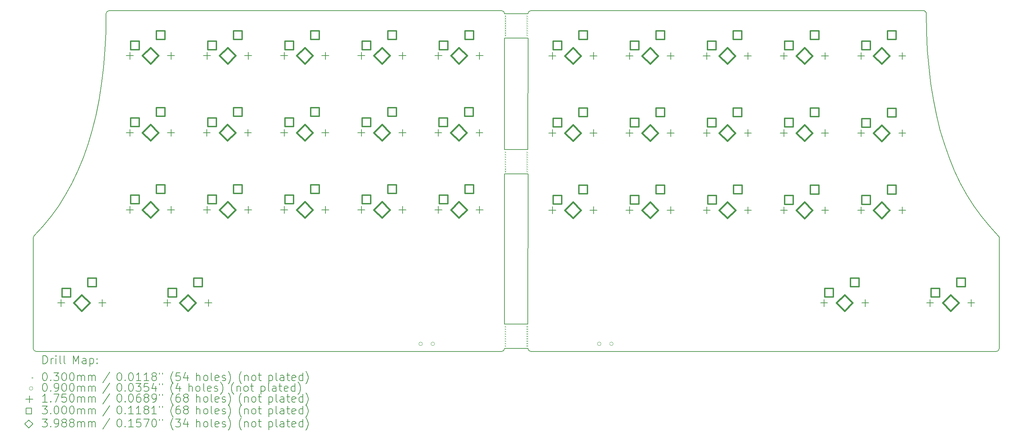
<source format=gbr>
%TF.GenerationSoftware,KiCad,Pcbnew,(7.0.0)*%
%TF.CreationDate,2023-03-18T22:03:25+08:00*%
%TF.ProjectId,lul_left,6c756c5f-6c65-4667-942e-6b696361645f,rev?*%
%TF.SameCoordinates,Original*%
%TF.FileFunction,Drillmap*%
%TF.FilePolarity,Positive*%
%FSLAX45Y45*%
G04 Gerber Fmt 4.5, Leading zero omitted, Abs format (unit mm)*
G04 Created by KiCad (PCBNEW (7.0.0)) date 2023-03-18 22:03:25*
%MOMM*%
%LPD*%
G01*
G04 APERTURE LIST*
%ADD10C,0.150000*%
%ADD11C,0.200000*%
%ADD12C,0.030000*%
%ADD13C,0.090000*%
%ADD14C,0.175000*%
%ADD15C,0.300000*%
%ADD16C,0.398780*%
G04 APERTURE END LIST*
D10*
X24315817Y-2236779D02*
X24313383Y-2234227D01*
X26133966Y-7810558D02*
X26133162Y-7806982D01*
X24332597Y-2267830D02*
X24331607Y-2264342D01*
X24290019Y-2218473D02*
X24286681Y-2217157D01*
X24283266Y-2216001D02*
X24279778Y-2215010D01*
X26135415Y-7825249D02*
X26135323Y-7821531D01*
X24322358Y-2245105D02*
X24320309Y-2242223D01*
X24313383Y-2234227D02*
X24310830Y-2231793D01*
X13921876Y-10552852D02*
X14499156Y-10553151D01*
X26135415Y-7825249D02*
X26135415Y-7825249D01*
X2284243Y-7824953D02*
X2284242Y-9812343D01*
X26131043Y-7799985D02*
X26129732Y-7796577D01*
X25509093Y-7035517D02*
X25335397Y-6759994D01*
X24327663Y-2254334D02*
X24326040Y-2251165D01*
X26132187Y-7803455D02*
X26131043Y-7799985D01*
X26116105Y-7774972D02*
X26113553Y-7772279D01*
X24333418Y-2271386D02*
X24332597Y-2267830D01*
X26113553Y-7772279D02*
X26113553Y-7772279D01*
X13920942Y-2284700D02*
G75*
G03*
X13846900Y-2210658I-74042J0D01*
G01*
X24508607Y-4412222D02*
X24446076Y-4016954D01*
X3521973Y-5843319D02*
X3389965Y-6163747D01*
X25898171Y-7541660D02*
X25696684Y-7296073D01*
X3744303Y-5157559D02*
X3640086Y-5507923D01*
X14498671Y-5644997D02*
X13921171Y-5644997D01*
X24397442Y-3606717D02*
X24362703Y-3181512D01*
X24265190Y-2212790D02*
X24261407Y-2212694D01*
X4056955Y-3181216D02*
X4022216Y-3606421D01*
X24299522Y-2223339D02*
X24296444Y-2221569D01*
X24279778Y-2215010D02*
X24276221Y-2214189D01*
X25696684Y-7296073D02*
X25509093Y-7035517D01*
X13845428Y-10627859D02*
G75*
G03*
X13921876Y-10552852I1572J74859D01*
G01*
X3244060Y-6469206D02*
X3084260Y-6759698D01*
X13845428Y-10627859D02*
X8053122Y-10627416D01*
X14498790Y-2285704D02*
X13920942Y-2284700D01*
X24334065Y-2275005D02*
X24333418Y-2271386D01*
X24446076Y-4016954D02*
X24397442Y-3606717D01*
X25335397Y-6759994D02*
X25175597Y-6469502D01*
X3640086Y-5507923D02*
X3521973Y-5843319D01*
X26124826Y-7786787D02*
X26122874Y-7783689D01*
X2284468Y-10552539D02*
G75*
G03*
X2360463Y-10627701I75462J299D01*
G01*
X24329135Y-2257590D02*
X24327663Y-2254334D01*
X26128257Y-7793237D02*
X26126621Y-7789972D01*
X24261407Y-2212694D02*
X24261407Y-2212694D01*
X25029693Y-6164042D02*
X24897685Y-5843614D01*
X24320309Y-2242223D02*
X24318127Y-2239446D01*
X24305387Y-2227300D02*
X24302505Y-2225251D01*
X24272602Y-2213542D02*
X24268923Y-2213074D01*
X24675354Y-5157855D02*
X24585033Y-4792522D01*
X24334911Y-2286198D02*
X24334816Y-2282416D01*
X24261407Y-2212694D02*
X15060412Y-2212694D01*
X3084260Y-6759698D02*
X2910565Y-7035221D01*
X2722974Y-7295777D02*
X2521487Y-7541364D01*
X24296444Y-2221569D02*
X24293275Y-2219945D01*
X26120769Y-7780683D02*
X26118511Y-7777775D01*
X20366536Y-10627712D02*
X14574220Y-10627833D01*
X14499156Y-10553151D02*
G75*
G03*
X14574220Y-10627833I72844J-1849D01*
G01*
X2284469Y-10552539D02*
X2284242Y-9812343D01*
X14498500Y-9952000D02*
X14499327Y-6246148D01*
X26118511Y-7777775D02*
X26116105Y-7774972D01*
X14498500Y-9952000D02*
X13921000Y-9952000D01*
X2521487Y-7541364D02*
X2305486Y-7771386D01*
X3389965Y-6163747D02*
X3244060Y-6469206D01*
X2305486Y-7771386D02*
G75*
G03*
X2284243Y-7824953I54515J-52614D01*
G01*
X26134596Y-7814180D02*
X26133966Y-7810558D01*
X24331607Y-2264342D02*
X24330451Y-2260927D01*
X24897685Y-5843614D02*
X24779572Y-5508219D01*
X4077798Y-2741044D02*
X4056955Y-3181216D01*
X26059195Y-10627996D02*
G75*
G03*
X26135995Y-10552926I805J75996D01*
G01*
X13921000Y-9952000D02*
X13920673Y-6245852D01*
X26135415Y-9812639D02*
X26135415Y-7825249D01*
X26113553Y-7772279D02*
X25898171Y-7541660D01*
X13357946Y-2210726D02*
X4156800Y-2212636D01*
X24302505Y-2225251D02*
X24299522Y-2223339D01*
X24334816Y-2282416D02*
X24334532Y-2278684D01*
X3911051Y-4411926D02*
X3834625Y-4792227D01*
X24779572Y-5508219D02*
X24675354Y-5157855D01*
X25175597Y-6469502D02*
X25029693Y-6164042D01*
X24362703Y-3181512D02*
X24341859Y-2741340D01*
X14573000Y-2211789D02*
G75*
G03*
X14498790Y-2285704I0J-74211D01*
G01*
X26135415Y-9812639D02*
X26135995Y-10552926D01*
X24334532Y-2278684D02*
X24334065Y-2275005D01*
X24326040Y-2251165D02*
X24324270Y-2248087D01*
X24310830Y-2231793D02*
X24308163Y-2229482D01*
X24286681Y-2217157D02*
X24283266Y-2216001D01*
X26126621Y-7789972D02*
X26124826Y-7786787D01*
X3973581Y-4016658D02*
X3911051Y-4411926D01*
X4022216Y-3606421D02*
X3973581Y-4016658D01*
X26135323Y-7821531D02*
X26135049Y-7817839D01*
X13846900Y-2210658D02*
X13357946Y-2210726D01*
X20366536Y-10627712D02*
X26059195Y-10627996D01*
X13920791Y-2886559D02*
X14499446Y-2886855D01*
X24341859Y-2741340D02*
X24334911Y-2286198D01*
X26133162Y-7806982D02*
X26132187Y-7803455D01*
X24324270Y-2248087D02*
X24322358Y-2245105D01*
X24308163Y-2229482D02*
X24305387Y-2227300D01*
X24293275Y-2219945D02*
X24290019Y-2218473D01*
X4156800Y-2212636D02*
G75*
G03*
X4084736Y-2284700I0J-72064D01*
G01*
X24318127Y-2239446D02*
X24315817Y-2236779D01*
X26113553Y-7772279D02*
X26113553Y-7772279D01*
X24585033Y-4792522D02*
X24508607Y-4412222D01*
X15060412Y-2212694D02*
X14573000Y-2211789D01*
X24330451Y-2260927D02*
X24329135Y-2257590D01*
X2910565Y-7035221D02*
X2722974Y-7295777D01*
X14498671Y-5644997D02*
X14499446Y-2886855D01*
X24276221Y-2214189D02*
X24272602Y-2213542D01*
X26129732Y-7796577D02*
X26128257Y-7793237D01*
X13921171Y-5644997D02*
X13920791Y-2886559D01*
X2360463Y-10627701D02*
X8053122Y-10627416D01*
X4084736Y-2284700D02*
X4077798Y-2741044D01*
X24334911Y-2286198D02*
X24334911Y-2286198D01*
X26122874Y-7783689D02*
X26120769Y-7780683D01*
X3834625Y-4792227D02*
X3744303Y-5157559D01*
X13920673Y-6245852D02*
X14499327Y-6246148D01*
X24268923Y-2213074D02*
X24265190Y-2212790D01*
X26135049Y-7817839D02*
X26134596Y-7814180D01*
D11*
D12*
X13926000Y-2332625D02*
X13956000Y-2362625D01*
X13956000Y-2332625D02*
X13926000Y-2362625D01*
X13926000Y-2392000D02*
X13956000Y-2422000D01*
X13956000Y-2392000D02*
X13926000Y-2422000D01*
X13926000Y-2451375D02*
X13956000Y-2481375D01*
X13956000Y-2451375D02*
X13926000Y-2481375D01*
X13926000Y-2510750D02*
X13956000Y-2540750D01*
X13956000Y-2510750D02*
X13926000Y-2540750D01*
X13926000Y-2570125D02*
X13956000Y-2600125D01*
X13956000Y-2570125D02*
X13926000Y-2600125D01*
X13926000Y-2629500D02*
X13956000Y-2659500D01*
X13956000Y-2629500D02*
X13926000Y-2659500D01*
X13926000Y-2688875D02*
X13956000Y-2718875D01*
X13956000Y-2688875D02*
X13926000Y-2718875D01*
X13926000Y-2748250D02*
X13956000Y-2778250D01*
X13956000Y-2748250D02*
X13926000Y-2778250D01*
X13926000Y-2807625D02*
X13956000Y-2837625D01*
X13956000Y-2807625D02*
X13926000Y-2837625D01*
X13926000Y-5690625D02*
X13956000Y-5720625D01*
X13956000Y-5690625D02*
X13926000Y-5720625D01*
X13926000Y-5750000D02*
X13956000Y-5780000D01*
X13956000Y-5750000D02*
X13926000Y-5780000D01*
X13926000Y-5809375D02*
X13956000Y-5839375D01*
X13956000Y-5809375D02*
X13926000Y-5839375D01*
X13926000Y-5868750D02*
X13956000Y-5898750D01*
X13956000Y-5868750D02*
X13926000Y-5898750D01*
X13926000Y-5928125D02*
X13956000Y-5958125D01*
X13956000Y-5928125D02*
X13926000Y-5958125D01*
X13926000Y-5987500D02*
X13956000Y-6017500D01*
X13956000Y-5987500D02*
X13926000Y-6017500D01*
X13926000Y-6046875D02*
X13956000Y-6076875D01*
X13956000Y-6046875D02*
X13926000Y-6076875D01*
X13926000Y-6106250D02*
X13956000Y-6136250D01*
X13956000Y-6106250D02*
X13926000Y-6136250D01*
X13926000Y-6165625D02*
X13956000Y-6195625D01*
X13956000Y-6165625D02*
X13926000Y-6195625D01*
X13926000Y-9998625D02*
X13956000Y-10028625D01*
X13956000Y-9998625D02*
X13926000Y-10028625D01*
X13926000Y-10058000D02*
X13956000Y-10088000D01*
X13956000Y-10058000D02*
X13926000Y-10088000D01*
X13926000Y-10117375D02*
X13956000Y-10147375D01*
X13956000Y-10117375D02*
X13926000Y-10147375D01*
X13926000Y-10176750D02*
X13956000Y-10206750D01*
X13956000Y-10176750D02*
X13926000Y-10206750D01*
X13926000Y-10236125D02*
X13956000Y-10266125D01*
X13956000Y-10236125D02*
X13926000Y-10266125D01*
X13926000Y-10295500D02*
X13956000Y-10325500D01*
X13956000Y-10295500D02*
X13926000Y-10325500D01*
X13926000Y-10354875D02*
X13956000Y-10384875D01*
X13956000Y-10354875D02*
X13926000Y-10384875D01*
X13926000Y-10414250D02*
X13956000Y-10444250D01*
X13956000Y-10414250D02*
X13926000Y-10444250D01*
X13926000Y-10473625D02*
X13956000Y-10503625D01*
X13956000Y-10473625D02*
X13926000Y-10503625D01*
X14463000Y-2333500D02*
X14493000Y-2363500D01*
X14493000Y-2333500D02*
X14463000Y-2363500D01*
X14463000Y-2392875D02*
X14493000Y-2422875D01*
X14493000Y-2392875D02*
X14463000Y-2422875D01*
X14463000Y-2452250D02*
X14493000Y-2482250D01*
X14493000Y-2452250D02*
X14463000Y-2482250D01*
X14463000Y-2511625D02*
X14493000Y-2541625D01*
X14493000Y-2511625D02*
X14463000Y-2541625D01*
X14463000Y-2571000D02*
X14493000Y-2601000D01*
X14493000Y-2571000D02*
X14463000Y-2601000D01*
X14463000Y-2630375D02*
X14493000Y-2660375D01*
X14493000Y-2630375D02*
X14463000Y-2660375D01*
X14463000Y-2689750D02*
X14493000Y-2719750D01*
X14493000Y-2689750D02*
X14463000Y-2719750D01*
X14463000Y-2749125D02*
X14493000Y-2779125D01*
X14493000Y-2749125D02*
X14463000Y-2779125D01*
X14463000Y-2808500D02*
X14493000Y-2838500D01*
X14493000Y-2808500D02*
X14463000Y-2838500D01*
X14463000Y-5691500D02*
X14493000Y-5721500D01*
X14493000Y-5691500D02*
X14463000Y-5721500D01*
X14463000Y-5750875D02*
X14493000Y-5780875D01*
X14493000Y-5750875D02*
X14463000Y-5780875D01*
X14463000Y-5810250D02*
X14493000Y-5840250D01*
X14493000Y-5810250D02*
X14463000Y-5840250D01*
X14463000Y-5869625D02*
X14493000Y-5899625D01*
X14493000Y-5869625D02*
X14463000Y-5899625D01*
X14463000Y-5929000D02*
X14493000Y-5959000D01*
X14493000Y-5929000D02*
X14463000Y-5959000D01*
X14463000Y-5988375D02*
X14493000Y-6018375D01*
X14493000Y-5988375D02*
X14463000Y-6018375D01*
X14463000Y-6047750D02*
X14493000Y-6077750D01*
X14493000Y-6047750D02*
X14463000Y-6077750D01*
X14463000Y-6107125D02*
X14493000Y-6137125D01*
X14493000Y-6107125D02*
X14463000Y-6137125D01*
X14463000Y-6166500D02*
X14493000Y-6196500D01*
X14493000Y-6166500D02*
X14463000Y-6196500D01*
X14463000Y-9999500D02*
X14493000Y-10029500D01*
X14493000Y-9999500D02*
X14463000Y-10029500D01*
X14463000Y-10058875D02*
X14493000Y-10088875D01*
X14493000Y-10058875D02*
X14463000Y-10088875D01*
X14463000Y-10118250D02*
X14493000Y-10148250D01*
X14493000Y-10118250D02*
X14463000Y-10148250D01*
X14463000Y-10177625D02*
X14493000Y-10207625D01*
X14493000Y-10177625D02*
X14463000Y-10207625D01*
X14463000Y-10237000D02*
X14493000Y-10267000D01*
X14493000Y-10237000D02*
X14463000Y-10267000D01*
X14463000Y-10296375D02*
X14493000Y-10326375D01*
X14493000Y-10296375D02*
X14463000Y-10326375D01*
X14463000Y-10355750D02*
X14493000Y-10385750D01*
X14493000Y-10355750D02*
X14463000Y-10385750D01*
X14463000Y-10415125D02*
X14493000Y-10445125D01*
X14493000Y-10415125D02*
X14463000Y-10445125D01*
X14463000Y-10474500D02*
X14493000Y-10504500D01*
X14493000Y-10474500D02*
X14463000Y-10504500D01*
D13*
X11894000Y-10438500D02*
G75*
G03*
X11894000Y-10438500I-45000J0D01*
G01*
X12194000Y-10438500D02*
G75*
G03*
X12194000Y-10438500I-45000J0D01*
G01*
X16305055Y-10437388D02*
G75*
G03*
X16305055Y-10437388I-45000J0D01*
G01*
X16605055Y-10437388D02*
G75*
G03*
X16605055Y-10437388I-45000J0D01*
G01*
D14*
X2974465Y-9340204D02*
X2974465Y-9515204D01*
X2886965Y-9427704D02*
X3061965Y-9427704D01*
X3990465Y-9340204D02*
X3990465Y-9515204D01*
X3902965Y-9427704D02*
X4077965Y-9427704D01*
X4671465Y-3235204D02*
X4671465Y-3410204D01*
X4583965Y-3322704D02*
X4758965Y-3322704D01*
X4671465Y-5137204D02*
X4671465Y-5312204D01*
X4583965Y-5224704D02*
X4758965Y-5224704D01*
X4671465Y-7040204D02*
X4671465Y-7215204D01*
X4583965Y-7127704D02*
X4758965Y-7127704D01*
X5593965Y-9339204D02*
X5593965Y-9514204D01*
X5506465Y-9426704D02*
X5681465Y-9426704D01*
X5687465Y-3235204D02*
X5687465Y-3410204D01*
X5599965Y-3322704D02*
X5774965Y-3322704D01*
X5687465Y-5137204D02*
X5687465Y-5312204D01*
X5599965Y-5224704D02*
X5774965Y-5224704D01*
X5687465Y-7040204D02*
X5687465Y-7215204D01*
X5599965Y-7127704D02*
X5774965Y-7127704D01*
X6571265Y-5137204D02*
X6571265Y-5312204D01*
X6483765Y-5224704D02*
X6658765Y-5224704D01*
X6574465Y-3235204D02*
X6574465Y-3410204D01*
X6486965Y-3322704D02*
X6661965Y-3322704D01*
X6574465Y-7040204D02*
X6574465Y-7215204D01*
X6486965Y-7127704D02*
X6661965Y-7127704D01*
X6609965Y-9339204D02*
X6609965Y-9514204D01*
X6522465Y-9426704D02*
X6697465Y-9426704D01*
X7587265Y-5137204D02*
X7587265Y-5312204D01*
X7499765Y-5224704D02*
X7674765Y-5224704D01*
X7590465Y-3235204D02*
X7590465Y-3410204D01*
X7502965Y-3322704D02*
X7677965Y-3322704D01*
X7590465Y-7040204D02*
X7590465Y-7215204D01*
X7502965Y-7127704D02*
X7677965Y-7127704D01*
X8479465Y-5137204D02*
X8479465Y-5312204D01*
X8391965Y-5224704D02*
X8566965Y-5224704D01*
X8480465Y-3235204D02*
X8480465Y-3410204D01*
X8392965Y-3322704D02*
X8567965Y-3322704D01*
X8480465Y-7040204D02*
X8480465Y-7215204D01*
X8392965Y-7127704D02*
X8567965Y-7127704D01*
X9495465Y-5137204D02*
X9495465Y-5312204D01*
X9407965Y-5224704D02*
X9582965Y-5224704D01*
X9496465Y-3235204D02*
X9496465Y-3410204D01*
X9408965Y-3322704D02*
X9583965Y-3322704D01*
X9496465Y-7040204D02*
X9496465Y-7215204D01*
X9408965Y-7127704D02*
X9583965Y-7127704D01*
X10385265Y-3236204D02*
X10385265Y-3411204D01*
X10297765Y-3323704D02*
X10472765Y-3323704D01*
X10385465Y-5137204D02*
X10385465Y-5312204D01*
X10297965Y-5224704D02*
X10472965Y-5224704D01*
X10386465Y-7040204D02*
X10386465Y-7215204D01*
X10298965Y-7127704D02*
X10473965Y-7127704D01*
X11401265Y-3236204D02*
X11401265Y-3411204D01*
X11313765Y-3323704D02*
X11488765Y-3323704D01*
X11401465Y-5137204D02*
X11401465Y-5312204D01*
X11313965Y-5224704D02*
X11488965Y-5224704D01*
X11402465Y-7040204D02*
X11402465Y-7215204D01*
X11314965Y-7127704D02*
X11489965Y-7127704D01*
X12284465Y-5137204D02*
X12284465Y-5312204D01*
X12196965Y-5224704D02*
X12371965Y-5224704D01*
X12288000Y-7039500D02*
X12288000Y-7214500D01*
X12200500Y-7127000D02*
X12375500Y-7127000D01*
X12288265Y-3236204D02*
X12288265Y-3411204D01*
X12200765Y-3323704D02*
X12375765Y-3323704D01*
X13300465Y-5137204D02*
X13300465Y-5312204D01*
X13212965Y-5224704D02*
X13387965Y-5224704D01*
X13304000Y-7039500D02*
X13304000Y-7214500D01*
X13216500Y-7127000D02*
X13391500Y-7127000D01*
X13304265Y-3236204D02*
X13304265Y-3411204D01*
X13216765Y-3323704D02*
X13391765Y-3323704D01*
X15101712Y-5142944D02*
X15101712Y-5317944D01*
X15014212Y-5230444D02*
X15189212Y-5230444D01*
X15102412Y-7048944D02*
X15102412Y-7223944D01*
X15014912Y-7136444D02*
X15189912Y-7136444D01*
X15102912Y-3238194D02*
X15102912Y-3413194D01*
X15015412Y-3325694D02*
X15190412Y-3325694D01*
X16117712Y-5142944D02*
X16117712Y-5317944D01*
X16030212Y-5230444D02*
X16205212Y-5230444D01*
X16118412Y-7048944D02*
X16118412Y-7223944D01*
X16030912Y-7136444D02*
X16205912Y-7136444D01*
X16118912Y-3238194D02*
X16118912Y-3413194D01*
X16031412Y-3325694D02*
X16206412Y-3325694D01*
X17005912Y-5143944D02*
X17005912Y-5318944D01*
X16918412Y-5231444D02*
X17093412Y-5231444D01*
X17006412Y-7048944D02*
X17006412Y-7223944D01*
X16918912Y-7136444D02*
X17093912Y-7136444D01*
X17007412Y-3240944D02*
X17007412Y-3415944D01*
X16919912Y-3328444D02*
X17094912Y-3328444D01*
X18021912Y-5143944D02*
X18021912Y-5318944D01*
X17934412Y-5231444D02*
X18109412Y-5231444D01*
X18022412Y-7048944D02*
X18022412Y-7223944D01*
X17934912Y-7136444D02*
X18109912Y-7136444D01*
X18023412Y-3240944D02*
X18023412Y-3415944D01*
X17935912Y-3328444D02*
X18110912Y-3328444D01*
X18911912Y-3240944D02*
X18911912Y-3415944D01*
X18824412Y-3328444D02*
X18999412Y-3328444D01*
X18913912Y-5144944D02*
X18913912Y-5319944D01*
X18826412Y-5232444D02*
X19001412Y-5232444D01*
X18914912Y-7050944D02*
X18914912Y-7225944D01*
X18827412Y-7138444D02*
X19002412Y-7138444D01*
X19927912Y-3240944D02*
X19927912Y-3415944D01*
X19840412Y-3328444D02*
X20015412Y-3328444D01*
X19929912Y-5144944D02*
X19929912Y-5319944D01*
X19842412Y-5232444D02*
X20017412Y-5232444D01*
X19930912Y-7050944D02*
X19930912Y-7225944D01*
X19843412Y-7138444D02*
X20018412Y-7138444D01*
X20816912Y-3240944D02*
X20816912Y-3415944D01*
X20729412Y-3328444D02*
X20904412Y-3328444D01*
X20817412Y-5143944D02*
X20817412Y-5318944D01*
X20729912Y-5231444D02*
X20904912Y-5231444D01*
X20818912Y-7051944D02*
X20818912Y-7226944D01*
X20731412Y-7139444D02*
X20906412Y-7139444D01*
X21809000Y-9340500D02*
X21809000Y-9515500D01*
X21721500Y-9428000D02*
X21896500Y-9428000D01*
X21832912Y-3240944D02*
X21832912Y-3415944D01*
X21745412Y-3328444D02*
X21920412Y-3328444D01*
X21833412Y-5143944D02*
X21833412Y-5318944D01*
X21745912Y-5231444D02*
X21920912Y-5231444D01*
X21834912Y-7051944D02*
X21834912Y-7226944D01*
X21747412Y-7139444D02*
X21922412Y-7139444D01*
X22723912Y-3240944D02*
X22723912Y-3415944D01*
X22636412Y-3328444D02*
X22811412Y-3328444D01*
X22723912Y-5147944D02*
X22723912Y-5322944D01*
X22636412Y-5235444D02*
X22811412Y-5235444D01*
X22723912Y-7051944D02*
X22723912Y-7226944D01*
X22636412Y-7139444D02*
X22811412Y-7139444D01*
X22825000Y-9340500D02*
X22825000Y-9515500D01*
X22737500Y-9428000D02*
X22912500Y-9428000D01*
X23739912Y-3240944D02*
X23739912Y-3415944D01*
X23652412Y-3328444D02*
X23827412Y-3328444D01*
X23739912Y-5147944D02*
X23739912Y-5322944D01*
X23652412Y-5235444D02*
X23827412Y-5235444D01*
X23739912Y-7051944D02*
X23739912Y-7226944D01*
X23652412Y-7139444D02*
X23827412Y-7139444D01*
X24427000Y-9340500D02*
X24427000Y-9515500D01*
X24339500Y-9428000D02*
X24514500Y-9428000D01*
X25443000Y-9340500D02*
X25443000Y-9515500D01*
X25355500Y-9428000D02*
X25530500Y-9428000D01*
D15*
X3207532Y-9279771D02*
X3207532Y-9067637D01*
X2995398Y-9067637D01*
X2995398Y-9279771D01*
X3207532Y-9279771D01*
X3842532Y-9025771D02*
X3842532Y-8813637D01*
X3630398Y-8813637D01*
X3630398Y-9025771D01*
X3842532Y-9025771D01*
X4904532Y-3174771D02*
X4904532Y-2962637D01*
X4692398Y-2962637D01*
X4692398Y-3174771D01*
X4904532Y-3174771D01*
X4904532Y-5076771D02*
X4904532Y-4864637D01*
X4692398Y-4864637D01*
X4692398Y-5076771D01*
X4904532Y-5076771D01*
X4904532Y-6979771D02*
X4904532Y-6767637D01*
X4692398Y-6767637D01*
X4692398Y-6979771D01*
X4904532Y-6979771D01*
X5539532Y-2920771D02*
X5539532Y-2708637D01*
X5327398Y-2708637D01*
X5327398Y-2920771D01*
X5539532Y-2920771D01*
X5539532Y-4822771D02*
X5539532Y-4610637D01*
X5327398Y-4610637D01*
X5327398Y-4822771D01*
X5539532Y-4822771D01*
X5539532Y-6725771D02*
X5539532Y-6513637D01*
X5327398Y-6513637D01*
X5327398Y-6725771D01*
X5539532Y-6725771D01*
X5827032Y-9278771D02*
X5827032Y-9066637D01*
X5614898Y-9066637D01*
X5614898Y-9278771D01*
X5827032Y-9278771D01*
X6462032Y-9024771D02*
X6462032Y-8812637D01*
X6249898Y-8812637D01*
X6249898Y-9024771D01*
X6462032Y-9024771D01*
X6804332Y-5076771D02*
X6804332Y-4864637D01*
X6592198Y-4864637D01*
X6592198Y-5076771D01*
X6804332Y-5076771D01*
X6807532Y-3174771D02*
X6807532Y-2962637D01*
X6595398Y-2962637D01*
X6595398Y-3174771D01*
X6807532Y-3174771D01*
X6807532Y-6979771D02*
X6807532Y-6767637D01*
X6595398Y-6767637D01*
X6595398Y-6979771D01*
X6807532Y-6979771D01*
X7439332Y-4822771D02*
X7439332Y-4610637D01*
X7227198Y-4610637D01*
X7227198Y-4822771D01*
X7439332Y-4822771D01*
X7442532Y-2920771D02*
X7442532Y-2708637D01*
X7230398Y-2708637D01*
X7230398Y-2920771D01*
X7442532Y-2920771D01*
X7442532Y-6725771D02*
X7442532Y-6513637D01*
X7230398Y-6513637D01*
X7230398Y-6725771D01*
X7442532Y-6725771D01*
X8712532Y-5076771D02*
X8712532Y-4864637D01*
X8500398Y-4864637D01*
X8500398Y-5076771D01*
X8712532Y-5076771D01*
X8713532Y-3174771D02*
X8713532Y-2962637D01*
X8501398Y-2962637D01*
X8501398Y-3174771D01*
X8713532Y-3174771D01*
X8713532Y-6979771D02*
X8713532Y-6767637D01*
X8501398Y-6767637D01*
X8501398Y-6979771D01*
X8713532Y-6979771D01*
X9347532Y-4822771D02*
X9347532Y-4610637D01*
X9135398Y-4610637D01*
X9135398Y-4822771D01*
X9347532Y-4822771D01*
X9348532Y-2920771D02*
X9348532Y-2708637D01*
X9136398Y-2708637D01*
X9136398Y-2920771D01*
X9348532Y-2920771D01*
X9348532Y-6725771D02*
X9348532Y-6513637D01*
X9136398Y-6513637D01*
X9136398Y-6725771D01*
X9348532Y-6725771D01*
X10618332Y-3175771D02*
X10618332Y-2963637D01*
X10406198Y-2963637D01*
X10406198Y-3175771D01*
X10618332Y-3175771D01*
X10618532Y-5076771D02*
X10618532Y-4864637D01*
X10406398Y-4864637D01*
X10406398Y-5076771D01*
X10618532Y-5076771D01*
X10619532Y-6979771D02*
X10619532Y-6767637D01*
X10407398Y-6767637D01*
X10407398Y-6979771D01*
X10619532Y-6979771D01*
X11253332Y-2921771D02*
X11253332Y-2709637D01*
X11041198Y-2709637D01*
X11041198Y-2921771D01*
X11253332Y-2921771D01*
X11253532Y-4822771D02*
X11253532Y-4610637D01*
X11041398Y-4610637D01*
X11041398Y-4822771D01*
X11253532Y-4822771D01*
X11254532Y-6725771D02*
X11254532Y-6513637D01*
X11042398Y-6513637D01*
X11042398Y-6725771D01*
X11254532Y-6725771D01*
X12517532Y-5076771D02*
X12517532Y-4864637D01*
X12305398Y-4864637D01*
X12305398Y-5076771D01*
X12517532Y-5076771D01*
X12521067Y-6979067D02*
X12521067Y-6766933D01*
X12308933Y-6766933D01*
X12308933Y-6979067D01*
X12521067Y-6979067D01*
X12521332Y-3175771D02*
X12521332Y-2963637D01*
X12309198Y-2963637D01*
X12309198Y-3175771D01*
X12521332Y-3175771D01*
X13152532Y-4822771D02*
X13152532Y-4610637D01*
X12940398Y-4610637D01*
X12940398Y-4822771D01*
X13152532Y-4822771D01*
X13156067Y-6725067D02*
X13156067Y-6512933D01*
X12943933Y-6512933D01*
X12943933Y-6725067D01*
X13156067Y-6725067D01*
X13156332Y-2921771D02*
X13156332Y-2709637D01*
X12944198Y-2709637D01*
X12944198Y-2921771D01*
X13156332Y-2921771D01*
X15334779Y-5082511D02*
X15334779Y-4870377D01*
X15122645Y-4870377D01*
X15122645Y-5082511D01*
X15334779Y-5082511D01*
X15335479Y-6988511D02*
X15335479Y-6776377D01*
X15123345Y-6776377D01*
X15123345Y-6988511D01*
X15335479Y-6988511D01*
X15335979Y-3177761D02*
X15335979Y-2965627D01*
X15123845Y-2965627D01*
X15123845Y-3177761D01*
X15335979Y-3177761D01*
X15969779Y-4828511D02*
X15969779Y-4616377D01*
X15757645Y-4616377D01*
X15757645Y-4828511D01*
X15969779Y-4828511D01*
X15970479Y-6734511D02*
X15970479Y-6522377D01*
X15758345Y-6522377D01*
X15758345Y-6734511D01*
X15970479Y-6734511D01*
X15970979Y-2923761D02*
X15970979Y-2711627D01*
X15758845Y-2711627D01*
X15758845Y-2923761D01*
X15970979Y-2923761D01*
X17238979Y-5083511D02*
X17238979Y-4871377D01*
X17026845Y-4871377D01*
X17026845Y-5083511D01*
X17238979Y-5083511D01*
X17239479Y-6988511D02*
X17239479Y-6776377D01*
X17027345Y-6776377D01*
X17027345Y-6988511D01*
X17239479Y-6988511D01*
X17240479Y-3180511D02*
X17240479Y-2968377D01*
X17028345Y-2968377D01*
X17028345Y-3180511D01*
X17240479Y-3180511D01*
X17873979Y-4829511D02*
X17873979Y-4617377D01*
X17661845Y-4617377D01*
X17661845Y-4829511D01*
X17873979Y-4829511D01*
X17874479Y-6734511D02*
X17874479Y-6522377D01*
X17662345Y-6522377D01*
X17662345Y-6734511D01*
X17874479Y-6734511D01*
X17875479Y-2926511D02*
X17875479Y-2714377D01*
X17663345Y-2714377D01*
X17663345Y-2926511D01*
X17875479Y-2926511D01*
X19144979Y-3180511D02*
X19144979Y-2968377D01*
X18932845Y-2968377D01*
X18932845Y-3180511D01*
X19144979Y-3180511D01*
X19146979Y-5084511D02*
X19146979Y-4872377D01*
X18934845Y-4872377D01*
X18934845Y-5084511D01*
X19146979Y-5084511D01*
X19147979Y-6990511D02*
X19147979Y-6778377D01*
X18935845Y-6778377D01*
X18935845Y-6990511D01*
X19147979Y-6990511D01*
X19779979Y-2926511D02*
X19779979Y-2714377D01*
X19567845Y-2714377D01*
X19567845Y-2926511D01*
X19779979Y-2926511D01*
X19781979Y-4830511D02*
X19781979Y-4618377D01*
X19569845Y-4618377D01*
X19569845Y-4830511D01*
X19781979Y-4830511D01*
X19782979Y-6736511D02*
X19782979Y-6524377D01*
X19570845Y-6524377D01*
X19570845Y-6736511D01*
X19782979Y-6736511D01*
X21049979Y-3180511D02*
X21049979Y-2968377D01*
X20837845Y-2968377D01*
X20837845Y-3180511D01*
X21049979Y-3180511D01*
X21050479Y-5083511D02*
X21050479Y-4871377D01*
X20838345Y-4871377D01*
X20838345Y-5083511D01*
X21050479Y-5083511D01*
X21051979Y-6991511D02*
X21051979Y-6779377D01*
X20839845Y-6779377D01*
X20839845Y-6991511D01*
X21051979Y-6991511D01*
X21684979Y-2926511D02*
X21684979Y-2714377D01*
X21472845Y-2714377D01*
X21472845Y-2926511D01*
X21684979Y-2926511D01*
X21685479Y-4829511D02*
X21685479Y-4617377D01*
X21473345Y-4617377D01*
X21473345Y-4829511D01*
X21685479Y-4829511D01*
X21686979Y-6737511D02*
X21686979Y-6525377D01*
X21474845Y-6525377D01*
X21474845Y-6737511D01*
X21686979Y-6737511D01*
X22042067Y-9280067D02*
X22042067Y-9067933D01*
X21829933Y-9067933D01*
X21829933Y-9280067D01*
X22042067Y-9280067D01*
X22677067Y-9026067D02*
X22677067Y-8813933D01*
X22464933Y-8813933D01*
X22464933Y-9026067D01*
X22677067Y-9026067D01*
X22956979Y-3180511D02*
X22956979Y-2968377D01*
X22744845Y-2968377D01*
X22744845Y-3180511D01*
X22956979Y-3180511D01*
X22956979Y-5087511D02*
X22956979Y-4875377D01*
X22744845Y-4875377D01*
X22744845Y-5087511D01*
X22956979Y-5087511D01*
X22956979Y-6991511D02*
X22956979Y-6779377D01*
X22744845Y-6779377D01*
X22744845Y-6991511D01*
X22956979Y-6991511D01*
X23591979Y-2926511D02*
X23591979Y-2714377D01*
X23379845Y-2714377D01*
X23379845Y-2926511D01*
X23591979Y-2926511D01*
X23591979Y-4833511D02*
X23591979Y-4621377D01*
X23379845Y-4621377D01*
X23379845Y-4833511D01*
X23591979Y-4833511D01*
X23591979Y-6737511D02*
X23591979Y-6525377D01*
X23379845Y-6525377D01*
X23379845Y-6737511D01*
X23591979Y-6737511D01*
X24660067Y-9280067D02*
X24660067Y-9067933D01*
X24447933Y-9067933D01*
X24447933Y-9280067D01*
X24660067Y-9280067D01*
X25295067Y-9026067D02*
X25295067Y-8813933D01*
X25082933Y-8813933D01*
X25082933Y-9026067D01*
X25295067Y-9026067D01*
D16*
X3482465Y-9627094D02*
X3681855Y-9427704D01*
X3482465Y-9228314D01*
X3283075Y-9427704D01*
X3482465Y-9627094D01*
X5179465Y-3522094D02*
X5378855Y-3322704D01*
X5179465Y-3123314D01*
X4980075Y-3322704D01*
X5179465Y-3522094D01*
X5179465Y-5424094D02*
X5378855Y-5224704D01*
X5179465Y-5025314D01*
X4980075Y-5224704D01*
X5179465Y-5424094D01*
X5179465Y-7327094D02*
X5378855Y-7127704D01*
X5179465Y-6928314D01*
X4980075Y-7127704D01*
X5179465Y-7327094D01*
X6101965Y-9626094D02*
X6301355Y-9426704D01*
X6101965Y-9227314D01*
X5902575Y-9426704D01*
X6101965Y-9626094D01*
X7079265Y-5424094D02*
X7278655Y-5224704D01*
X7079265Y-5025314D01*
X6879875Y-5224704D01*
X7079265Y-5424094D01*
X7082465Y-3522094D02*
X7281855Y-3322704D01*
X7082465Y-3123314D01*
X6883075Y-3322704D01*
X7082465Y-3522094D01*
X7082465Y-7327094D02*
X7281855Y-7127704D01*
X7082465Y-6928314D01*
X6883075Y-7127704D01*
X7082465Y-7327094D01*
X8987465Y-5424094D02*
X9186855Y-5224704D01*
X8987465Y-5025314D01*
X8788075Y-5224704D01*
X8987465Y-5424094D01*
X8988465Y-3522094D02*
X9187855Y-3322704D01*
X8988465Y-3123314D01*
X8789075Y-3322704D01*
X8988465Y-3522094D01*
X8988465Y-7327094D02*
X9187855Y-7127704D01*
X8988465Y-6928314D01*
X8789075Y-7127704D01*
X8988465Y-7327094D01*
X10893265Y-3523094D02*
X11092655Y-3323704D01*
X10893265Y-3124314D01*
X10693875Y-3323704D01*
X10893265Y-3523094D01*
X10893465Y-5424094D02*
X11092855Y-5224704D01*
X10893465Y-5025314D01*
X10694075Y-5224704D01*
X10893465Y-5424094D01*
X10894465Y-7327094D02*
X11093855Y-7127704D01*
X10894465Y-6928314D01*
X10695075Y-7127704D01*
X10894465Y-7327094D01*
X12792465Y-5424094D02*
X12991855Y-5224704D01*
X12792465Y-5025314D01*
X12593075Y-5224704D01*
X12792465Y-5424094D01*
X12796000Y-7326390D02*
X12995390Y-7127000D01*
X12796000Y-6927610D01*
X12596610Y-7127000D01*
X12796000Y-7326390D01*
X12796265Y-3523094D02*
X12995655Y-3323704D01*
X12796265Y-3124314D01*
X12596875Y-3323704D01*
X12796265Y-3523094D01*
X15609712Y-5429834D02*
X15809102Y-5230444D01*
X15609712Y-5031054D01*
X15410322Y-5230444D01*
X15609712Y-5429834D01*
X15610412Y-7335834D02*
X15809802Y-7136444D01*
X15610412Y-6937054D01*
X15411022Y-7136444D01*
X15610412Y-7335834D01*
X15610912Y-3525084D02*
X15810302Y-3325694D01*
X15610912Y-3126304D01*
X15411522Y-3325694D01*
X15610912Y-3525084D01*
X17513912Y-5430834D02*
X17713302Y-5231444D01*
X17513912Y-5032054D01*
X17314522Y-5231444D01*
X17513912Y-5430834D01*
X17514412Y-7335834D02*
X17713802Y-7136444D01*
X17514412Y-6937054D01*
X17315022Y-7136444D01*
X17514412Y-7335834D01*
X17515412Y-3527834D02*
X17714802Y-3328444D01*
X17515412Y-3129054D01*
X17316022Y-3328444D01*
X17515412Y-3527834D01*
X19419912Y-3527834D02*
X19619302Y-3328444D01*
X19419912Y-3129054D01*
X19220522Y-3328444D01*
X19419912Y-3527834D01*
X19421912Y-5431834D02*
X19621302Y-5232444D01*
X19421912Y-5033054D01*
X19222522Y-5232444D01*
X19421912Y-5431834D01*
X19422912Y-7337834D02*
X19622302Y-7138444D01*
X19422912Y-6939054D01*
X19223522Y-7138444D01*
X19422912Y-7337834D01*
X21324912Y-3527834D02*
X21524302Y-3328444D01*
X21324912Y-3129054D01*
X21125522Y-3328444D01*
X21324912Y-3527834D01*
X21325412Y-5430834D02*
X21524802Y-5231444D01*
X21325412Y-5032054D01*
X21126022Y-5231444D01*
X21325412Y-5430834D01*
X21326912Y-7338834D02*
X21526302Y-7139444D01*
X21326912Y-6940054D01*
X21127522Y-7139444D01*
X21326912Y-7338834D01*
X22317000Y-9627390D02*
X22516390Y-9428000D01*
X22317000Y-9228610D01*
X22117610Y-9428000D01*
X22317000Y-9627390D01*
X23231912Y-3527834D02*
X23431302Y-3328444D01*
X23231912Y-3129054D01*
X23032522Y-3328444D01*
X23231912Y-3527834D01*
X23231912Y-5434834D02*
X23431302Y-5235444D01*
X23231912Y-5036054D01*
X23032522Y-5235444D01*
X23231912Y-5434834D01*
X23231912Y-7338834D02*
X23431302Y-7139444D01*
X23231912Y-6940054D01*
X23032522Y-7139444D01*
X23231912Y-7338834D01*
X24935000Y-9627390D02*
X25134390Y-9428000D01*
X24935000Y-9228610D01*
X24735610Y-9428000D01*
X24935000Y-9627390D01*
D11*
X2524356Y-10928977D02*
X2524356Y-10728977D01*
X2524356Y-10728977D02*
X2571975Y-10728977D01*
X2571975Y-10728977D02*
X2600546Y-10738501D01*
X2600546Y-10738501D02*
X2619594Y-10757548D01*
X2619594Y-10757548D02*
X2629118Y-10776596D01*
X2629118Y-10776596D02*
X2638641Y-10814691D01*
X2638641Y-10814691D02*
X2638641Y-10843263D01*
X2638641Y-10843263D02*
X2629118Y-10881358D01*
X2629118Y-10881358D02*
X2619594Y-10900405D01*
X2619594Y-10900405D02*
X2600546Y-10919453D01*
X2600546Y-10919453D02*
X2571975Y-10928977D01*
X2571975Y-10928977D02*
X2524356Y-10928977D01*
X2724356Y-10928977D02*
X2724356Y-10795644D01*
X2724356Y-10833739D02*
X2733879Y-10814691D01*
X2733879Y-10814691D02*
X2743403Y-10805167D01*
X2743403Y-10805167D02*
X2762451Y-10795644D01*
X2762451Y-10795644D02*
X2781499Y-10795644D01*
X2848165Y-10928977D02*
X2848165Y-10795644D01*
X2848165Y-10728977D02*
X2838641Y-10738501D01*
X2838641Y-10738501D02*
X2848165Y-10748025D01*
X2848165Y-10748025D02*
X2857689Y-10738501D01*
X2857689Y-10738501D02*
X2848165Y-10728977D01*
X2848165Y-10728977D02*
X2848165Y-10748025D01*
X2971975Y-10928977D02*
X2952927Y-10919453D01*
X2952927Y-10919453D02*
X2943403Y-10900405D01*
X2943403Y-10900405D02*
X2943403Y-10728977D01*
X3076736Y-10928977D02*
X3057689Y-10919453D01*
X3057689Y-10919453D02*
X3048165Y-10900405D01*
X3048165Y-10900405D02*
X3048165Y-10728977D01*
X3272927Y-10928977D02*
X3272927Y-10728977D01*
X3272927Y-10728977D02*
X3339594Y-10871834D01*
X3339594Y-10871834D02*
X3406260Y-10728977D01*
X3406260Y-10728977D02*
X3406260Y-10928977D01*
X3587213Y-10928977D02*
X3587213Y-10824215D01*
X3587213Y-10824215D02*
X3577689Y-10805167D01*
X3577689Y-10805167D02*
X3558641Y-10795644D01*
X3558641Y-10795644D02*
X3520546Y-10795644D01*
X3520546Y-10795644D02*
X3501498Y-10805167D01*
X3587213Y-10919453D02*
X3568165Y-10928977D01*
X3568165Y-10928977D02*
X3520546Y-10928977D01*
X3520546Y-10928977D02*
X3501498Y-10919453D01*
X3501498Y-10919453D02*
X3491975Y-10900405D01*
X3491975Y-10900405D02*
X3491975Y-10881358D01*
X3491975Y-10881358D02*
X3501498Y-10862310D01*
X3501498Y-10862310D02*
X3520546Y-10852786D01*
X3520546Y-10852786D02*
X3568165Y-10852786D01*
X3568165Y-10852786D02*
X3587213Y-10843263D01*
X3682451Y-10795644D02*
X3682451Y-10995644D01*
X3682451Y-10805167D02*
X3701498Y-10795644D01*
X3701498Y-10795644D02*
X3739594Y-10795644D01*
X3739594Y-10795644D02*
X3758641Y-10805167D01*
X3758641Y-10805167D02*
X3768165Y-10814691D01*
X3768165Y-10814691D02*
X3777689Y-10833739D01*
X3777689Y-10833739D02*
X3777689Y-10890882D01*
X3777689Y-10890882D02*
X3768165Y-10909929D01*
X3768165Y-10909929D02*
X3758641Y-10919453D01*
X3758641Y-10919453D02*
X3739594Y-10928977D01*
X3739594Y-10928977D02*
X3701498Y-10928977D01*
X3701498Y-10928977D02*
X3682451Y-10919453D01*
X3863403Y-10909929D02*
X3872927Y-10919453D01*
X3872927Y-10919453D02*
X3863403Y-10928977D01*
X3863403Y-10928977D02*
X3853879Y-10919453D01*
X3853879Y-10919453D02*
X3863403Y-10909929D01*
X3863403Y-10909929D02*
X3863403Y-10928977D01*
X3863403Y-10805167D02*
X3872927Y-10814691D01*
X3872927Y-10814691D02*
X3863403Y-10824215D01*
X3863403Y-10824215D02*
X3853879Y-10814691D01*
X3853879Y-10814691D02*
X3863403Y-10805167D01*
X3863403Y-10805167D02*
X3863403Y-10824215D01*
D12*
X2246737Y-11260501D02*
X2276737Y-11290501D01*
X2276737Y-11260501D02*
X2246737Y-11290501D01*
D11*
X2562451Y-11148977D02*
X2581499Y-11148977D01*
X2581499Y-11148977D02*
X2600546Y-11158501D01*
X2600546Y-11158501D02*
X2610070Y-11168025D01*
X2610070Y-11168025D02*
X2619594Y-11187072D01*
X2619594Y-11187072D02*
X2629118Y-11225167D01*
X2629118Y-11225167D02*
X2629118Y-11272786D01*
X2629118Y-11272786D02*
X2619594Y-11310882D01*
X2619594Y-11310882D02*
X2610070Y-11329929D01*
X2610070Y-11329929D02*
X2600546Y-11339453D01*
X2600546Y-11339453D02*
X2581499Y-11348977D01*
X2581499Y-11348977D02*
X2562451Y-11348977D01*
X2562451Y-11348977D02*
X2543403Y-11339453D01*
X2543403Y-11339453D02*
X2533879Y-11329929D01*
X2533879Y-11329929D02*
X2524356Y-11310882D01*
X2524356Y-11310882D02*
X2514832Y-11272786D01*
X2514832Y-11272786D02*
X2514832Y-11225167D01*
X2514832Y-11225167D02*
X2524356Y-11187072D01*
X2524356Y-11187072D02*
X2533879Y-11168025D01*
X2533879Y-11168025D02*
X2543403Y-11158501D01*
X2543403Y-11158501D02*
X2562451Y-11148977D01*
X2714832Y-11329929D02*
X2724356Y-11339453D01*
X2724356Y-11339453D02*
X2714832Y-11348977D01*
X2714832Y-11348977D02*
X2705308Y-11339453D01*
X2705308Y-11339453D02*
X2714832Y-11329929D01*
X2714832Y-11329929D02*
X2714832Y-11348977D01*
X2791022Y-11148977D02*
X2914832Y-11148977D01*
X2914832Y-11148977D02*
X2848165Y-11225167D01*
X2848165Y-11225167D02*
X2876737Y-11225167D01*
X2876737Y-11225167D02*
X2895784Y-11234691D01*
X2895784Y-11234691D02*
X2905308Y-11244215D01*
X2905308Y-11244215D02*
X2914832Y-11263263D01*
X2914832Y-11263263D02*
X2914832Y-11310882D01*
X2914832Y-11310882D02*
X2905308Y-11329929D01*
X2905308Y-11329929D02*
X2895784Y-11339453D01*
X2895784Y-11339453D02*
X2876737Y-11348977D01*
X2876737Y-11348977D02*
X2819594Y-11348977D01*
X2819594Y-11348977D02*
X2800546Y-11339453D01*
X2800546Y-11339453D02*
X2791022Y-11329929D01*
X3038641Y-11148977D02*
X3057689Y-11148977D01*
X3057689Y-11148977D02*
X3076737Y-11158501D01*
X3076737Y-11158501D02*
X3086260Y-11168025D01*
X3086260Y-11168025D02*
X3095784Y-11187072D01*
X3095784Y-11187072D02*
X3105308Y-11225167D01*
X3105308Y-11225167D02*
X3105308Y-11272786D01*
X3105308Y-11272786D02*
X3095784Y-11310882D01*
X3095784Y-11310882D02*
X3086260Y-11329929D01*
X3086260Y-11329929D02*
X3076737Y-11339453D01*
X3076737Y-11339453D02*
X3057689Y-11348977D01*
X3057689Y-11348977D02*
X3038641Y-11348977D01*
X3038641Y-11348977D02*
X3019594Y-11339453D01*
X3019594Y-11339453D02*
X3010070Y-11329929D01*
X3010070Y-11329929D02*
X3000546Y-11310882D01*
X3000546Y-11310882D02*
X2991022Y-11272786D01*
X2991022Y-11272786D02*
X2991022Y-11225167D01*
X2991022Y-11225167D02*
X3000546Y-11187072D01*
X3000546Y-11187072D02*
X3010070Y-11168025D01*
X3010070Y-11168025D02*
X3019594Y-11158501D01*
X3019594Y-11158501D02*
X3038641Y-11148977D01*
X3229117Y-11148977D02*
X3248165Y-11148977D01*
X3248165Y-11148977D02*
X3267213Y-11158501D01*
X3267213Y-11158501D02*
X3276737Y-11168025D01*
X3276737Y-11168025D02*
X3286260Y-11187072D01*
X3286260Y-11187072D02*
X3295784Y-11225167D01*
X3295784Y-11225167D02*
X3295784Y-11272786D01*
X3295784Y-11272786D02*
X3286260Y-11310882D01*
X3286260Y-11310882D02*
X3276737Y-11329929D01*
X3276737Y-11329929D02*
X3267213Y-11339453D01*
X3267213Y-11339453D02*
X3248165Y-11348977D01*
X3248165Y-11348977D02*
X3229117Y-11348977D01*
X3229117Y-11348977D02*
X3210070Y-11339453D01*
X3210070Y-11339453D02*
X3200546Y-11329929D01*
X3200546Y-11329929D02*
X3191022Y-11310882D01*
X3191022Y-11310882D02*
X3181498Y-11272786D01*
X3181498Y-11272786D02*
X3181498Y-11225167D01*
X3181498Y-11225167D02*
X3191022Y-11187072D01*
X3191022Y-11187072D02*
X3200546Y-11168025D01*
X3200546Y-11168025D02*
X3210070Y-11158501D01*
X3210070Y-11158501D02*
X3229117Y-11148977D01*
X3381498Y-11348977D02*
X3381498Y-11215643D01*
X3381498Y-11234691D02*
X3391022Y-11225167D01*
X3391022Y-11225167D02*
X3410070Y-11215643D01*
X3410070Y-11215643D02*
X3438641Y-11215643D01*
X3438641Y-11215643D02*
X3457689Y-11225167D01*
X3457689Y-11225167D02*
X3467213Y-11244215D01*
X3467213Y-11244215D02*
X3467213Y-11348977D01*
X3467213Y-11244215D02*
X3476737Y-11225167D01*
X3476737Y-11225167D02*
X3495784Y-11215643D01*
X3495784Y-11215643D02*
X3524356Y-11215643D01*
X3524356Y-11215643D02*
X3543403Y-11225167D01*
X3543403Y-11225167D02*
X3552927Y-11244215D01*
X3552927Y-11244215D02*
X3552927Y-11348977D01*
X3648165Y-11348977D02*
X3648165Y-11215643D01*
X3648165Y-11234691D02*
X3657689Y-11225167D01*
X3657689Y-11225167D02*
X3676737Y-11215643D01*
X3676737Y-11215643D02*
X3705308Y-11215643D01*
X3705308Y-11215643D02*
X3724356Y-11225167D01*
X3724356Y-11225167D02*
X3733879Y-11244215D01*
X3733879Y-11244215D02*
X3733879Y-11348977D01*
X3733879Y-11244215D02*
X3743403Y-11225167D01*
X3743403Y-11225167D02*
X3762451Y-11215643D01*
X3762451Y-11215643D02*
X3791022Y-11215643D01*
X3791022Y-11215643D02*
X3810070Y-11225167D01*
X3810070Y-11225167D02*
X3819594Y-11244215D01*
X3819594Y-11244215D02*
X3819594Y-11348977D01*
X4177689Y-11139453D02*
X4006260Y-11396596D01*
X4402451Y-11148977D02*
X4421499Y-11148977D01*
X4421499Y-11148977D02*
X4440546Y-11158501D01*
X4440546Y-11158501D02*
X4450070Y-11168025D01*
X4450070Y-11168025D02*
X4459594Y-11187072D01*
X4459594Y-11187072D02*
X4469118Y-11225167D01*
X4469118Y-11225167D02*
X4469118Y-11272786D01*
X4469118Y-11272786D02*
X4459594Y-11310882D01*
X4459594Y-11310882D02*
X4450070Y-11329929D01*
X4450070Y-11329929D02*
X4440546Y-11339453D01*
X4440546Y-11339453D02*
X4421499Y-11348977D01*
X4421499Y-11348977D02*
X4402451Y-11348977D01*
X4402451Y-11348977D02*
X4383403Y-11339453D01*
X4383403Y-11339453D02*
X4373880Y-11329929D01*
X4373880Y-11329929D02*
X4364356Y-11310882D01*
X4364356Y-11310882D02*
X4354832Y-11272786D01*
X4354832Y-11272786D02*
X4354832Y-11225167D01*
X4354832Y-11225167D02*
X4364356Y-11187072D01*
X4364356Y-11187072D02*
X4373880Y-11168025D01*
X4373880Y-11168025D02*
X4383403Y-11158501D01*
X4383403Y-11158501D02*
X4402451Y-11148977D01*
X4554832Y-11329929D02*
X4564356Y-11339453D01*
X4564356Y-11339453D02*
X4554832Y-11348977D01*
X4554832Y-11348977D02*
X4545308Y-11339453D01*
X4545308Y-11339453D02*
X4554832Y-11329929D01*
X4554832Y-11329929D02*
X4554832Y-11348977D01*
X4688165Y-11148977D02*
X4707213Y-11148977D01*
X4707213Y-11148977D02*
X4726261Y-11158501D01*
X4726261Y-11158501D02*
X4735784Y-11168025D01*
X4735784Y-11168025D02*
X4745308Y-11187072D01*
X4745308Y-11187072D02*
X4754832Y-11225167D01*
X4754832Y-11225167D02*
X4754832Y-11272786D01*
X4754832Y-11272786D02*
X4745308Y-11310882D01*
X4745308Y-11310882D02*
X4735784Y-11329929D01*
X4735784Y-11329929D02*
X4726261Y-11339453D01*
X4726261Y-11339453D02*
X4707213Y-11348977D01*
X4707213Y-11348977D02*
X4688165Y-11348977D01*
X4688165Y-11348977D02*
X4669118Y-11339453D01*
X4669118Y-11339453D02*
X4659594Y-11329929D01*
X4659594Y-11329929D02*
X4650070Y-11310882D01*
X4650070Y-11310882D02*
X4640546Y-11272786D01*
X4640546Y-11272786D02*
X4640546Y-11225167D01*
X4640546Y-11225167D02*
X4650070Y-11187072D01*
X4650070Y-11187072D02*
X4659594Y-11168025D01*
X4659594Y-11168025D02*
X4669118Y-11158501D01*
X4669118Y-11158501D02*
X4688165Y-11148977D01*
X4945308Y-11348977D02*
X4831022Y-11348977D01*
X4888165Y-11348977D02*
X4888165Y-11148977D01*
X4888165Y-11148977D02*
X4869118Y-11177548D01*
X4869118Y-11177548D02*
X4850070Y-11196596D01*
X4850070Y-11196596D02*
X4831022Y-11206120D01*
X5135784Y-11348977D02*
X5021499Y-11348977D01*
X5078641Y-11348977D02*
X5078641Y-11148977D01*
X5078641Y-11148977D02*
X5059594Y-11177548D01*
X5059594Y-11177548D02*
X5040546Y-11196596D01*
X5040546Y-11196596D02*
X5021499Y-11206120D01*
X5250070Y-11234691D02*
X5231022Y-11225167D01*
X5231022Y-11225167D02*
X5221499Y-11215643D01*
X5221499Y-11215643D02*
X5211975Y-11196596D01*
X5211975Y-11196596D02*
X5211975Y-11187072D01*
X5211975Y-11187072D02*
X5221499Y-11168025D01*
X5221499Y-11168025D02*
X5231022Y-11158501D01*
X5231022Y-11158501D02*
X5250070Y-11148977D01*
X5250070Y-11148977D02*
X5288165Y-11148977D01*
X5288165Y-11148977D02*
X5307213Y-11158501D01*
X5307213Y-11158501D02*
X5316737Y-11168025D01*
X5316737Y-11168025D02*
X5326261Y-11187072D01*
X5326261Y-11187072D02*
X5326261Y-11196596D01*
X5326261Y-11196596D02*
X5316737Y-11215643D01*
X5316737Y-11215643D02*
X5307213Y-11225167D01*
X5307213Y-11225167D02*
X5288165Y-11234691D01*
X5288165Y-11234691D02*
X5250070Y-11234691D01*
X5250070Y-11234691D02*
X5231022Y-11244215D01*
X5231022Y-11244215D02*
X5221499Y-11253739D01*
X5221499Y-11253739D02*
X5211975Y-11272786D01*
X5211975Y-11272786D02*
X5211975Y-11310882D01*
X5211975Y-11310882D02*
X5221499Y-11329929D01*
X5221499Y-11329929D02*
X5231022Y-11339453D01*
X5231022Y-11339453D02*
X5250070Y-11348977D01*
X5250070Y-11348977D02*
X5288165Y-11348977D01*
X5288165Y-11348977D02*
X5307213Y-11339453D01*
X5307213Y-11339453D02*
X5316737Y-11329929D01*
X5316737Y-11329929D02*
X5326261Y-11310882D01*
X5326261Y-11310882D02*
X5326261Y-11272786D01*
X5326261Y-11272786D02*
X5316737Y-11253739D01*
X5316737Y-11253739D02*
X5307213Y-11244215D01*
X5307213Y-11244215D02*
X5288165Y-11234691D01*
X5402451Y-11148977D02*
X5402451Y-11187072D01*
X5478642Y-11148977D02*
X5478642Y-11187072D01*
X5741499Y-11425167D02*
X5731975Y-11415643D01*
X5731975Y-11415643D02*
X5712927Y-11387072D01*
X5712927Y-11387072D02*
X5703403Y-11368024D01*
X5703403Y-11368024D02*
X5693880Y-11339453D01*
X5693880Y-11339453D02*
X5684356Y-11291834D01*
X5684356Y-11291834D02*
X5684356Y-11253739D01*
X5684356Y-11253739D02*
X5693880Y-11206120D01*
X5693880Y-11206120D02*
X5703403Y-11177548D01*
X5703403Y-11177548D02*
X5712927Y-11158501D01*
X5712927Y-11158501D02*
X5731975Y-11129929D01*
X5731975Y-11129929D02*
X5741499Y-11120405D01*
X5912927Y-11148977D02*
X5817689Y-11148977D01*
X5817689Y-11148977D02*
X5808165Y-11244215D01*
X5808165Y-11244215D02*
X5817689Y-11234691D01*
X5817689Y-11234691D02*
X5836737Y-11225167D01*
X5836737Y-11225167D02*
X5884356Y-11225167D01*
X5884356Y-11225167D02*
X5903403Y-11234691D01*
X5903403Y-11234691D02*
X5912927Y-11244215D01*
X5912927Y-11244215D02*
X5922451Y-11263263D01*
X5922451Y-11263263D02*
X5922451Y-11310882D01*
X5922451Y-11310882D02*
X5912927Y-11329929D01*
X5912927Y-11329929D02*
X5903403Y-11339453D01*
X5903403Y-11339453D02*
X5884356Y-11348977D01*
X5884356Y-11348977D02*
X5836737Y-11348977D01*
X5836737Y-11348977D02*
X5817689Y-11339453D01*
X5817689Y-11339453D02*
X5808165Y-11329929D01*
X6093880Y-11215643D02*
X6093880Y-11348977D01*
X6046260Y-11139453D02*
X5998641Y-11282310D01*
X5998641Y-11282310D02*
X6122451Y-11282310D01*
X6318641Y-11348977D02*
X6318641Y-11148977D01*
X6404356Y-11348977D02*
X6404356Y-11244215D01*
X6404356Y-11244215D02*
X6394832Y-11225167D01*
X6394832Y-11225167D02*
X6375784Y-11215643D01*
X6375784Y-11215643D02*
X6347213Y-11215643D01*
X6347213Y-11215643D02*
X6328165Y-11225167D01*
X6328165Y-11225167D02*
X6318641Y-11234691D01*
X6528165Y-11348977D02*
X6509118Y-11339453D01*
X6509118Y-11339453D02*
X6499594Y-11329929D01*
X6499594Y-11329929D02*
X6490070Y-11310882D01*
X6490070Y-11310882D02*
X6490070Y-11253739D01*
X6490070Y-11253739D02*
X6499594Y-11234691D01*
X6499594Y-11234691D02*
X6509118Y-11225167D01*
X6509118Y-11225167D02*
X6528165Y-11215643D01*
X6528165Y-11215643D02*
X6556737Y-11215643D01*
X6556737Y-11215643D02*
X6575784Y-11225167D01*
X6575784Y-11225167D02*
X6585308Y-11234691D01*
X6585308Y-11234691D02*
X6594832Y-11253739D01*
X6594832Y-11253739D02*
X6594832Y-11310882D01*
X6594832Y-11310882D02*
X6585308Y-11329929D01*
X6585308Y-11329929D02*
X6575784Y-11339453D01*
X6575784Y-11339453D02*
X6556737Y-11348977D01*
X6556737Y-11348977D02*
X6528165Y-11348977D01*
X6709118Y-11348977D02*
X6690070Y-11339453D01*
X6690070Y-11339453D02*
X6680546Y-11320405D01*
X6680546Y-11320405D02*
X6680546Y-11148977D01*
X6861499Y-11339453D02*
X6842451Y-11348977D01*
X6842451Y-11348977D02*
X6804356Y-11348977D01*
X6804356Y-11348977D02*
X6785308Y-11339453D01*
X6785308Y-11339453D02*
X6775784Y-11320405D01*
X6775784Y-11320405D02*
X6775784Y-11244215D01*
X6775784Y-11244215D02*
X6785308Y-11225167D01*
X6785308Y-11225167D02*
X6804356Y-11215643D01*
X6804356Y-11215643D02*
X6842451Y-11215643D01*
X6842451Y-11215643D02*
X6861499Y-11225167D01*
X6861499Y-11225167D02*
X6871022Y-11244215D01*
X6871022Y-11244215D02*
X6871022Y-11263263D01*
X6871022Y-11263263D02*
X6775784Y-11282310D01*
X6947213Y-11339453D02*
X6966261Y-11348977D01*
X6966261Y-11348977D02*
X7004356Y-11348977D01*
X7004356Y-11348977D02*
X7023403Y-11339453D01*
X7023403Y-11339453D02*
X7032927Y-11320405D01*
X7032927Y-11320405D02*
X7032927Y-11310882D01*
X7032927Y-11310882D02*
X7023403Y-11291834D01*
X7023403Y-11291834D02*
X7004356Y-11282310D01*
X7004356Y-11282310D02*
X6975784Y-11282310D01*
X6975784Y-11282310D02*
X6956737Y-11272786D01*
X6956737Y-11272786D02*
X6947213Y-11253739D01*
X6947213Y-11253739D02*
X6947213Y-11244215D01*
X6947213Y-11244215D02*
X6956737Y-11225167D01*
X6956737Y-11225167D02*
X6975784Y-11215643D01*
X6975784Y-11215643D02*
X7004356Y-11215643D01*
X7004356Y-11215643D02*
X7023403Y-11225167D01*
X7099594Y-11425167D02*
X7109118Y-11415643D01*
X7109118Y-11415643D02*
X7128165Y-11387072D01*
X7128165Y-11387072D02*
X7137689Y-11368024D01*
X7137689Y-11368024D02*
X7147213Y-11339453D01*
X7147213Y-11339453D02*
X7156737Y-11291834D01*
X7156737Y-11291834D02*
X7156737Y-11253739D01*
X7156737Y-11253739D02*
X7147213Y-11206120D01*
X7147213Y-11206120D02*
X7137689Y-11177548D01*
X7137689Y-11177548D02*
X7128165Y-11158501D01*
X7128165Y-11158501D02*
X7109118Y-11129929D01*
X7109118Y-11129929D02*
X7099594Y-11120405D01*
X7429118Y-11425167D02*
X7419594Y-11415643D01*
X7419594Y-11415643D02*
X7400546Y-11387072D01*
X7400546Y-11387072D02*
X7391022Y-11368024D01*
X7391022Y-11368024D02*
X7381499Y-11339453D01*
X7381499Y-11339453D02*
X7371975Y-11291834D01*
X7371975Y-11291834D02*
X7371975Y-11253739D01*
X7371975Y-11253739D02*
X7381499Y-11206120D01*
X7381499Y-11206120D02*
X7391022Y-11177548D01*
X7391022Y-11177548D02*
X7400546Y-11158501D01*
X7400546Y-11158501D02*
X7419594Y-11129929D01*
X7419594Y-11129929D02*
X7429118Y-11120405D01*
X7505308Y-11215643D02*
X7505308Y-11348977D01*
X7505308Y-11234691D02*
X7514832Y-11225167D01*
X7514832Y-11225167D02*
X7533880Y-11215643D01*
X7533880Y-11215643D02*
X7562451Y-11215643D01*
X7562451Y-11215643D02*
X7581499Y-11225167D01*
X7581499Y-11225167D02*
X7591022Y-11244215D01*
X7591022Y-11244215D02*
X7591022Y-11348977D01*
X7714832Y-11348977D02*
X7695784Y-11339453D01*
X7695784Y-11339453D02*
X7686261Y-11329929D01*
X7686261Y-11329929D02*
X7676737Y-11310882D01*
X7676737Y-11310882D02*
X7676737Y-11253739D01*
X7676737Y-11253739D02*
X7686261Y-11234691D01*
X7686261Y-11234691D02*
X7695784Y-11225167D01*
X7695784Y-11225167D02*
X7714832Y-11215643D01*
X7714832Y-11215643D02*
X7743403Y-11215643D01*
X7743403Y-11215643D02*
X7762451Y-11225167D01*
X7762451Y-11225167D02*
X7771975Y-11234691D01*
X7771975Y-11234691D02*
X7781499Y-11253739D01*
X7781499Y-11253739D02*
X7781499Y-11310882D01*
X7781499Y-11310882D02*
X7771975Y-11329929D01*
X7771975Y-11329929D02*
X7762451Y-11339453D01*
X7762451Y-11339453D02*
X7743403Y-11348977D01*
X7743403Y-11348977D02*
X7714832Y-11348977D01*
X7838642Y-11215643D02*
X7914832Y-11215643D01*
X7867213Y-11148977D02*
X7867213Y-11320405D01*
X7867213Y-11320405D02*
X7876737Y-11339453D01*
X7876737Y-11339453D02*
X7895784Y-11348977D01*
X7895784Y-11348977D02*
X7914832Y-11348977D01*
X8101499Y-11215643D02*
X8101499Y-11415643D01*
X8101499Y-11225167D02*
X8120546Y-11215643D01*
X8120546Y-11215643D02*
X8158642Y-11215643D01*
X8158642Y-11215643D02*
X8177689Y-11225167D01*
X8177689Y-11225167D02*
X8187213Y-11234691D01*
X8187213Y-11234691D02*
X8196737Y-11253739D01*
X8196737Y-11253739D02*
X8196737Y-11310882D01*
X8196737Y-11310882D02*
X8187213Y-11329929D01*
X8187213Y-11329929D02*
X8177689Y-11339453D01*
X8177689Y-11339453D02*
X8158642Y-11348977D01*
X8158642Y-11348977D02*
X8120546Y-11348977D01*
X8120546Y-11348977D02*
X8101499Y-11339453D01*
X8311022Y-11348977D02*
X8291975Y-11339453D01*
X8291975Y-11339453D02*
X8282451Y-11320405D01*
X8282451Y-11320405D02*
X8282451Y-11148977D01*
X8472927Y-11348977D02*
X8472927Y-11244215D01*
X8472927Y-11244215D02*
X8463404Y-11225167D01*
X8463404Y-11225167D02*
X8444356Y-11215643D01*
X8444356Y-11215643D02*
X8406261Y-11215643D01*
X8406261Y-11215643D02*
X8387213Y-11225167D01*
X8472927Y-11339453D02*
X8453880Y-11348977D01*
X8453880Y-11348977D02*
X8406261Y-11348977D01*
X8406261Y-11348977D02*
X8387213Y-11339453D01*
X8387213Y-11339453D02*
X8377689Y-11320405D01*
X8377689Y-11320405D02*
X8377689Y-11301358D01*
X8377689Y-11301358D02*
X8387213Y-11282310D01*
X8387213Y-11282310D02*
X8406261Y-11272786D01*
X8406261Y-11272786D02*
X8453880Y-11272786D01*
X8453880Y-11272786D02*
X8472927Y-11263263D01*
X8539594Y-11215643D02*
X8615784Y-11215643D01*
X8568165Y-11148977D02*
X8568165Y-11320405D01*
X8568165Y-11320405D02*
X8577689Y-11339453D01*
X8577689Y-11339453D02*
X8596737Y-11348977D01*
X8596737Y-11348977D02*
X8615784Y-11348977D01*
X8758642Y-11339453D02*
X8739594Y-11348977D01*
X8739594Y-11348977D02*
X8701499Y-11348977D01*
X8701499Y-11348977D02*
X8682451Y-11339453D01*
X8682451Y-11339453D02*
X8672927Y-11320405D01*
X8672927Y-11320405D02*
X8672927Y-11244215D01*
X8672927Y-11244215D02*
X8682451Y-11225167D01*
X8682451Y-11225167D02*
X8701499Y-11215643D01*
X8701499Y-11215643D02*
X8739594Y-11215643D01*
X8739594Y-11215643D02*
X8758642Y-11225167D01*
X8758642Y-11225167D02*
X8768165Y-11244215D01*
X8768165Y-11244215D02*
X8768165Y-11263263D01*
X8768165Y-11263263D02*
X8672927Y-11282310D01*
X8939594Y-11348977D02*
X8939594Y-11148977D01*
X8939594Y-11339453D02*
X8920546Y-11348977D01*
X8920546Y-11348977D02*
X8882451Y-11348977D01*
X8882451Y-11348977D02*
X8863404Y-11339453D01*
X8863404Y-11339453D02*
X8853880Y-11329929D01*
X8853880Y-11329929D02*
X8844356Y-11310882D01*
X8844356Y-11310882D02*
X8844356Y-11253739D01*
X8844356Y-11253739D02*
X8853880Y-11234691D01*
X8853880Y-11234691D02*
X8863404Y-11225167D01*
X8863404Y-11225167D02*
X8882451Y-11215643D01*
X8882451Y-11215643D02*
X8920546Y-11215643D01*
X8920546Y-11215643D02*
X8939594Y-11225167D01*
X9015785Y-11425167D02*
X9025308Y-11415643D01*
X9025308Y-11415643D02*
X9044356Y-11387072D01*
X9044356Y-11387072D02*
X9053880Y-11368024D01*
X9053880Y-11368024D02*
X9063404Y-11339453D01*
X9063404Y-11339453D02*
X9072927Y-11291834D01*
X9072927Y-11291834D02*
X9072927Y-11253739D01*
X9072927Y-11253739D02*
X9063404Y-11206120D01*
X9063404Y-11206120D02*
X9053880Y-11177548D01*
X9053880Y-11177548D02*
X9044356Y-11158501D01*
X9044356Y-11158501D02*
X9025308Y-11129929D01*
X9025308Y-11129929D02*
X9015785Y-11120405D01*
D13*
X2276737Y-11539501D02*
G75*
G03*
X2276737Y-11539501I-45000J0D01*
G01*
D11*
X2562451Y-11412977D02*
X2581499Y-11412977D01*
X2581499Y-11412977D02*
X2600546Y-11422501D01*
X2600546Y-11422501D02*
X2610070Y-11432024D01*
X2610070Y-11432024D02*
X2619594Y-11451072D01*
X2619594Y-11451072D02*
X2629118Y-11489167D01*
X2629118Y-11489167D02*
X2629118Y-11536786D01*
X2629118Y-11536786D02*
X2619594Y-11574882D01*
X2619594Y-11574882D02*
X2610070Y-11593929D01*
X2610070Y-11593929D02*
X2600546Y-11603453D01*
X2600546Y-11603453D02*
X2581499Y-11612977D01*
X2581499Y-11612977D02*
X2562451Y-11612977D01*
X2562451Y-11612977D02*
X2543403Y-11603453D01*
X2543403Y-11603453D02*
X2533879Y-11593929D01*
X2533879Y-11593929D02*
X2524356Y-11574882D01*
X2524356Y-11574882D02*
X2514832Y-11536786D01*
X2514832Y-11536786D02*
X2514832Y-11489167D01*
X2514832Y-11489167D02*
X2524356Y-11451072D01*
X2524356Y-11451072D02*
X2533879Y-11432024D01*
X2533879Y-11432024D02*
X2543403Y-11422501D01*
X2543403Y-11422501D02*
X2562451Y-11412977D01*
X2714832Y-11593929D02*
X2724356Y-11603453D01*
X2724356Y-11603453D02*
X2714832Y-11612977D01*
X2714832Y-11612977D02*
X2705308Y-11603453D01*
X2705308Y-11603453D02*
X2714832Y-11593929D01*
X2714832Y-11593929D02*
X2714832Y-11612977D01*
X2819594Y-11612977D02*
X2857689Y-11612977D01*
X2857689Y-11612977D02*
X2876737Y-11603453D01*
X2876737Y-11603453D02*
X2886260Y-11593929D01*
X2886260Y-11593929D02*
X2905308Y-11565358D01*
X2905308Y-11565358D02*
X2914832Y-11527263D01*
X2914832Y-11527263D02*
X2914832Y-11451072D01*
X2914832Y-11451072D02*
X2905308Y-11432024D01*
X2905308Y-11432024D02*
X2895784Y-11422501D01*
X2895784Y-11422501D02*
X2876737Y-11412977D01*
X2876737Y-11412977D02*
X2838641Y-11412977D01*
X2838641Y-11412977D02*
X2819594Y-11422501D01*
X2819594Y-11422501D02*
X2810070Y-11432024D01*
X2810070Y-11432024D02*
X2800546Y-11451072D01*
X2800546Y-11451072D02*
X2800546Y-11498691D01*
X2800546Y-11498691D02*
X2810070Y-11517739D01*
X2810070Y-11517739D02*
X2819594Y-11527263D01*
X2819594Y-11527263D02*
X2838641Y-11536786D01*
X2838641Y-11536786D02*
X2876737Y-11536786D01*
X2876737Y-11536786D02*
X2895784Y-11527263D01*
X2895784Y-11527263D02*
X2905308Y-11517739D01*
X2905308Y-11517739D02*
X2914832Y-11498691D01*
X3038641Y-11412977D02*
X3057689Y-11412977D01*
X3057689Y-11412977D02*
X3076737Y-11422501D01*
X3076737Y-11422501D02*
X3086260Y-11432024D01*
X3086260Y-11432024D02*
X3095784Y-11451072D01*
X3095784Y-11451072D02*
X3105308Y-11489167D01*
X3105308Y-11489167D02*
X3105308Y-11536786D01*
X3105308Y-11536786D02*
X3095784Y-11574882D01*
X3095784Y-11574882D02*
X3086260Y-11593929D01*
X3086260Y-11593929D02*
X3076737Y-11603453D01*
X3076737Y-11603453D02*
X3057689Y-11612977D01*
X3057689Y-11612977D02*
X3038641Y-11612977D01*
X3038641Y-11612977D02*
X3019594Y-11603453D01*
X3019594Y-11603453D02*
X3010070Y-11593929D01*
X3010070Y-11593929D02*
X3000546Y-11574882D01*
X3000546Y-11574882D02*
X2991022Y-11536786D01*
X2991022Y-11536786D02*
X2991022Y-11489167D01*
X2991022Y-11489167D02*
X3000546Y-11451072D01*
X3000546Y-11451072D02*
X3010070Y-11432024D01*
X3010070Y-11432024D02*
X3019594Y-11422501D01*
X3019594Y-11422501D02*
X3038641Y-11412977D01*
X3229117Y-11412977D02*
X3248165Y-11412977D01*
X3248165Y-11412977D02*
X3267213Y-11422501D01*
X3267213Y-11422501D02*
X3276737Y-11432024D01*
X3276737Y-11432024D02*
X3286260Y-11451072D01*
X3286260Y-11451072D02*
X3295784Y-11489167D01*
X3295784Y-11489167D02*
X3295784Y-11536786D01*
X3295784Y-11536786D02*
X3286260Y-11574882D01*
X3286260Y-11574882D02*
X3276737Y-11593929D01*
X3276737Y-11593929D02*
X3267213Y-11603453D01*
X3267213Y-11603453D02*
X3248165Y-11612977D01*
X3248165Y-11612977D02*
X3229117Y-11612977D01*
X3229117Y-11612977D02*
X3210070Y-11603453D01*
X3210070Y-11603453D02*
X3200546Y-11593929D01*
X3200546Y-11593929D02*
X3191022Y-11574882D01*
X3191022Y-11574882D02*
X3181498Y-11536786D01*
X3181498Y-11536786D02*
X3181498Y-11489167D01*
X3181498Y-11489167D02*
X3191022Y-11451072D01*
X3191022Y-11451072D02*
X3200546Y-11432024D01*
X3200546Y-11432024D02*
X3210070Y-11422501D01*
X3210070Y-11422501D02*
X3229117Y-11412977D01*
X3381498Y-11612977D02*
X3381498Y-11479643D01*
X3381498Y-11498691D02*
X3391022Y-11489167D01*
X3391022Y-11489167D02*
X3410070Y-11479643D01*
X3410070Y-11479643D02*
X3438641Y-11479643D01*
X3438641Y-11479643D02*
X3457689Y-11489167D01*
X3457689Y-11489167D02*
X3467213Y-11508215D01*
X3467213Y-11508215D02*
X3467213Y-11612977D01*
X3467213Y-11508215D02*
X3476737Y-11489167D01*
X3476737Y-11489167D02*
X3495784Y-11479643D01*
X3495784Y-11479643D02*
X3524356Y-11479643D01*
X3524356Y-11479643D02*
X3543403Y-11489167D01*
X3543403Y-11489167D02*
X3552927Y-11508215D01*
X3552927Y-11508215D02*
X3552927Y-11612977D01*
X3648165Y-11612977D02*
X3648165Y-11479643D01*
X3648165Y-11498691D02*
X3657689Y-11489167D01*
X3657689Y-11489167D02*
X3676737Y-11479643D01*
X3676737Y-11479643D02*
X3705308Y-11479643D01*
X3705308Y-11479643D02*
X3724356Y-11489167D01*
X3724356Y-11489167D02*
X3733879Y-11508215D01*
X3733879Y-11508215D02*
X3733879Y-11612977D01*
X3733879Y-11508215D02*
X3743403Y-11489167D01*
X3743403Y-11489167D02*
X3762451Y-11479643D01*
X3762451Y-11479643D02*
X3791022Y-11479643D01*
X3791022Y-11479643D02*
X3810070Y-11489167D01*
X3810070Y-11489167D02*
X3819594Y-11508215D01*
X3819594Y-11508215D02*
X3819594Y-11612977D01*
X4177689Y-11403453D02*
X4006260Y-11660596D01*
X4402451Y-11412977D02*
X4421499Y-11412977D01*
X4421499Y-11412977D02*
X4440546Y-11422501D01*
X4440546Y-11422501D02*
X4450070Y-11432024D01*
X4450070Y-11432024D02*
X4459594Y-11451072D01*
X4459594Y-11451072D02*
X4469118Y-11489167D01*
X4469118Y-11489167D02*
X4469118Y-11536786D01*
X4469118Y-11536786D02*
X4459594Y-11574882D01*
X4459594Y-11574882D02*
X4450070Y-11593929D01*
X4450070Y-11593929D02*
X4440546Y-11603453D01*
X4440546Y-11603453D02*
X4421499Y-11612977D01*
X4421499Y-11612977D02*
X4402451Y-11612977D01*
X4402451Y-11612977D02*
X4383403Y-11603453D01*
X4383403Y-11603453D02*
X4373880Y-11593929D01*
X4373880Y-11593929D02*
X4364356Y-11574882D01*
X4364356Y-11574882D02*
X4354832Y-11536786D01*
X4354832Y-11536786D02*
X4354832Y-11489167D01*
X4354832Y-11489167D02*
X4364356Y-11451072D01*
X4364356Y-11451072D02*
X4373880Y-11432024D01*
X4373880Y-11432024D02*
X4383403Y-11422501D01*
X4383403Y-11422501D02*
X4402451Y-11412977D01*
X4554832Y-11593929D02*
X4564356Y-11603453D01*
X4564356Y-11603453D02*
X4554832Y-11612977D01*
X4554832Y-11612977D02*
X4545308Y-11603453D01*
X4545308Y-11603453D02*
X4554832Y-11593929D01*
X4554832Y-11593929D02*
X4554832Y-11612977D01*
X4688165Y-11412977D02*
X4707213Y-11412977D01*
X4707213Y-11412977D02*
X4726261Y-11422501D01*
X4726261Y-11422501D02*
X4735784Y-11432024D01*
X4735784Y-11432024D02*
X4745308Y-11451072D01*
X4745308Y-11451072D02*
X4754832Y-11489167D01*
X4754832Y-11489167D02*
X4754832Y-11536786D01*
X4754832Y-11536786D02*
X4745308Y-11574882D01*
X4745308Y-11574882D02*
X4735784Y-11593929D01*
X4735784Y-11593929D02*
X4726261Y-11603453D01*
X4726261Y-11603453D02*
X4707213Y-11612977D01*
X4707213Y-11612977D02*
X4688165Y-11612977D01*
X4688165Y-11612977D02*
X4669118Y-11603453D01*
X4669118Y-11603453D02*
X4659594Y-11593929D01*
X4659594Y-11593929D02*
X4650070Y-11574882D01*
X4650070Y-11574882D02*
X4640546Y-11536786D01*
X4640546Y-11536786D02*
X4640546Y-11489167D01*
X4640546Y-11489167D02*
X4650070Y-11451072D01*
X4650070Y-11451072D02*
X4659594Y-11432024D01*
X4659594Y-11432024D02*
X4669118Y-11422501D01*
X4669118Y-11422501D02*
X4688165Y-11412977D01*
X4821499Y-11412977D02*
X4945308Y-11412977D01*
X4945308Y-11412977D02*
X4878641Y-11489167D01*
X4878641Y-11489167D02*
X4907213Y-11489167D01*
X4907213Y-11489167D02*
X4926261Y-11498691D01*
X4926261Y-11498691D02*
X4935784Y-11508215D01*
X4935784Y-11508215D02*
X4945308Y-11527263D01*
X4945308Y-11527263D02*
X4945308Y-11574882D01*
X4945308Y-11574882D02*
X4935784Y-11593929D01*
X4935784Y-11593929D02*
X4926261Y-11603453D01*
X4926261Y-11603453D02*
X4907213Y-11612977D01*
X4907213Y-11612977D02*
X4850070Y-11612977D01*
X4850070Y-11612977D02*
X4831022Y-11603453D01*
X4831022Y-11603453D02*
X4821499Y-11593929D01*
X5126261Y-11412977D02*
X5031022Y-11412977D01*
X5031022Y-11412977D02*
X5021499Y-11508215D01*
X5021499Y-11508215D02*
X5031022Y-11498691D01*
X5031022Y-11498691D02*
X5050070Y-11489167D01*
X5050070Y-11489167D02*
X5097689Y-11489167D01*
X5097689Y-11489167D02*
X5116737Y-11498691D01*
X5116737Y-11498691D02*
X5126261Y-11508215D01*
X5126261Y-11508215D02*
X5135784Y-11527263D01*
X5135784Y-11527263D02*
X5135784Y-11574882D01*
X5135784Y-11574882D02*
X5126261Y-11593929D01*
X5126261Y-11593929D02*
X5116737Y-11603453D01*
X5116737Y-11603453D02*
X5097689Y-11612977D01*
X5097689Y-11612977D02*
X5050070Y-11612977D01*
X5050070Y-11612977D02*
X5031022Y-11603453D01*
X5031022Y-11603453D02*
X5021499Y-11593929D01*
X5307213Y-11479643D02*
X5307213Y-11612977D01*
X5259594Y-11403453D02*
X5211975Y-11546310D01*
X5211975Y-11546310D02*
X5335784Y-11546310D01*
X5402451Y-11412977D02*
X5402451Y-11451072D01*
X5478642Y-11412977D02*
X5478642Y-11451072D01*
X5741499Y-11689167D02*
X5731975Y-11679643D01*
X5731975Y-11679643D02*
X5712927Y-11651072D01*
X5712927Y-11651072D02*
X5703403Y-11632024D01*
X5703403Y-11632024D02*
X5693880Y-11603453D01*
X5693880Y-11603453D02*
X5684356Y-11555834D01*
X5684356Y-11555834D02*
X5684356Y-11517739D01*
X5684356Y-11517739D02*
X5693880Y-11470120D01*
X5693880Y-11470120D02*
X5703403Y-11441548D01*
X5703403Y-11441548D02*
X5712927Y-11422501D01*
X5712927Y-11422501D02*
X5731975Y-11393929D01*
X5731975Y-11393929D02*
X5741499Y-11384405D01*
X5903403Y-11479643D02*
X5903403Y-11612977D01*
X5855784Y-11403453D02*
X5808165Y-11546310D01*
X5808165Y-11546310D02*
X5931975Y-11546310D01*
X6128165Y-11612977D02*
X6128165Y-11412977D01*
X6213880Y-11612977D02*
X6213880Y-11508215D01*
X6213880Y-11508215D02*
X6204356Y-11489167D01*
X6204356Y-11489167D02*
X6185308Y-11479643D01*
X6185308Y-11479643D02*
X6156737Y-11479643D01*
X6156737Y-11479643D02*
X6137689Y-11489167D01*
X6137689Y-11489167D02*
X6128165Y-11498691D01*
X6337689Y-11612977D02*
X6318641Y-11603453D01*
X6318641Y-11603453D02*
X6309118Y-11593929D01*
X6309118Y-11593929D02*
X6299594Y-11574882D01*
X6299594Y-11574882D02*
X6299594Y-11517739D01*
X6299594Y-11517739D02*
X6309118Y-11498691D01*
X6309118Y-11498691D02*
X6318641Y-11489167D01*
X6318641Y-11489167D02*
X6337689Y-11479643D01*
X6337689Y-11479643D02*
X6366261Y-11479643D01*
X6366261Y-11479643D02*
X6385308Y-11489167D01*
X6385308Y-11489167D02*
X6394832Y-11498691D01*
X6394832Y-11498691D02*
X6404356Y-11517739D01*
X6404356Y-11517739D02*
X6404356Y-11574882D01*
X6404356Y-11574882D02*
X6394832Y-11593929D01*
X6394832Y-11593929D02*
X6385308Y-11603453D01*
X6385308Y-11603453D02*
X6366261Y-11612977D01*
X6366261Y-11612977D02*
X6337689Y-11612977D01*
X6518641Y-11612977D02*
X6499594Y-11603453D01*
X6499594Y-11603453D02*
X6490070Y-11584405D01*
X6490070Y-11584405D02*
X6490070Y-11412977D01*
X6671022Y-11603453D02*
X6651975Y-11612977D01*
X6651975Y-11612977D02*
X6613880Y-11612977D01*
X6613880Y-11612977D02*
X6594832Y-11603453D01*
X6594832Y-11603453D02*
X6585308Y-11584405D01*
X6585308Y-11584405D02*
X6585308Y-11508215D01*
X6585308Y-11508215D02*
X6594832Y-11489167D01*
X6594832Y-11489167D02*
X6613880Y-11479643D01*
X6613880Y-11479643D02*
X6651975Y-11479643D01*
X6651975Y-11479643D02*
X6671022Y-11489167D01*
X6671022Y-11489167D02*
X6680546Y-11508215D01*
X6680546Y-11508215D02*
X6680546Y-11527263D01*
X6680546Y-11527263D02*
X6585308Y-11546310D01*
X6756737Y-11603453D02*
X6775784Y-11612977D01*
X6775784Y-11612977D02*
X6813880Y-11612977D01*
X6813880Y-11612977D02*
X6832927Y-11603453D01*
X6832927Y-11603453D02*
X6842451Y-11584405D01*
X6842451Y-11584405D02*
X6842451Y-11574882D01*
X6842451Y-11574882D02*
X6832927Y-11555834D01*
X6832927Y-11555834D02*
X6813880Y-11546310D01*
X6813880Y-11546310D02*
X6785308Y-11546310D01*
X6785308Y-11546310D02*
X6766261Y-11536786D01*
X6766261Y-11536786D02*
X6756737Y-11517739D01*
X6756737Y-11517739D02*
X6756737Y-11508215D01*
X6756737Y-11508215D02*
X6766261Y-11489167D01*
X6766261Y-11489167D02*
X6785308Y-11479643D01*
X6785308Y-11479643D02*
X6813880Y-11479643D01*
X6813880Y-11479643D02*
X6832927Y-11489167D01*
X6909118Y-11689167D02*
X6918642Y-11679643D01*
X6918642Y-11679643D02*
X6937689Y-11651072D01*
X6937689Y-11651072D02*
X6947213Y-11632024D01*
X6947213Y-11632024D02*
X6956737Y-11603453D01*
X6956737Y-11603453D02*
X6966261Y-11555834D01*
X6966261Y-11555834D02*
X6966261Y-11517739D01*
X6966261Y-11517739D02*
X6956737Y-11470120D01*
X6956737Y-11470120D02*
X6947213Y-11441548D01*
X6947213Y-11441548D02*
X6937689Y-11422501D01*
X6937689Y-11422501D02*
X6918642Y-11393929D01*
X6918642Y-11393929D02*
X6909118Y-11384405D01*
X7238642Y-11689167D02*
X7229118Y-11679643D01*
X7229118Y-11679643D02*
X7210070Y-11651072D01*
X7210070Y-11651072D02*
X7200546Y-11632024D01*
X7200546Y-11632024D02*
X7191022Y-11603453D01*
X7191022Y-11603453D02*
X7181499Y-11555834D01*
X7181499Y-11555834D02*
X7181499Y-11517739D01*
X7181499Y-11517739D02*
X7191022Y-11470120D01*
X7191022Y-11470120D02*
X7200546Y-11441548D01*
X7200546Y-11441548D02*
X7210070Y-11422501D01*
X7210070Y-11422501D02*
X7229118Y-11393929D01*
X7229118Y-11393929D02*
X7238642Y-11384405D01*
X7314832Y-11479643D02*
X7314832Y-11612977D01*
X7314832Y-11498691D02*
X7324356Y-11489167D01*
X7324356Y-11489167D02*
X7343403Y-11479643D01*
X7343403Y-11479643D02*
X7371975Y-11479643D01*
X7371975Y-11479643D02*
X7391022Y-11489167D01*
X7391022Y-11489167D02*
X7400546Y-11508215D01*
X7400546Y-11508215D02*
X7400546Y-11612977D01*
X7524356Y-11612977D02*
X7505308Y-11603453D01*
X7505308Y-11603453D02*
X7495784Y-11593929D01*
X7495784Y-11593929D02*
X7486261Y-11574882D01*
X7486261Y-11574882D02*
X7486261Y-11517739D01*
X7486261Y-11517739D02*
X7495784Y-11498691D01*
X7495784Y-11498691D02*
X7505308Y-11489167D01*
X7505308Y-11489167D02*
X7524356Y-11479643D01*
X7524356Y-11479643D02*
X7552927Y-11479643D01*
X7552927Y-11479643D02*
X7571975Y-11489167D01*
X7571975Y-11489167D02*
X7581499Y-11498691D01*
X7581499Y-11498691D02*
X7591022Y-11517739D01*
X7591022Y-11517739D02*
X7591022Y-11574882D01*
X7591022Y-11574882D02*
X7581499Y-11593929D01*
X7581499Y-11593929D02*
X7571975Y-11603453D01*
X7571975Y-11603453D02*
X7552927Y-11612977D01*
X7552927Y-11612977D02*
X7524356Y-11612977D01*
X7648165Y-11479643D02*
X7724356Y-11479643D01*
X7676737Y-11412977D02*
X7676737Y-11584405D01*
X7676737Y-11584405D02*
X7686261Y-11603453D01*
X7686261Y-11603453D02*
X7705308Y-11612977D01*
X7705308Y-11612977D02*
X7724356Y-11612977D01*
X7911022Y-11479643D02*
X7911022Y-11679643D01*
X7911022Y-11489167D02*
X7930070Y-11479643D01*
X7930070Y-11479643D02*
X7968165Y-11479643D01*
X7968165Y-11479643D02*
X7987213Y-11489167D01*
X7987213Y-11489167D02*
X7996737Y-11498691D01*
X7996737Y-11498691D02*
X8006261Y-11517739D01*
X8006261Y-11517739D02*
X8006261Y-11574882D01*
X8006261Y-11574882D02*
X7996737Y-11593929D01*
X7996737Y-11593929D02*
X7987213Y-11603453D01*
X7987213Y-11603453D02*
X7968165Y-11612977D01*
X7968165Y-11612977D02*
X7930070Y-11612977D01*
X7930070Y-11612977D02*
X7911022Y-11603453D01*
X8120546Y-11612977D02*
X8101499Y-11603453D01*
X8101499Y-11603453D02*
X8091975Y-11584405D01*
X8091975Y-11584405D02*
X8091975Y-11412977D01*
X8282451Y-11612977D02*
X8282451Y-11508215D01*
X8282451Y-11508215D02*
X8272927Y-11489167D01*
X8272927Y-11489167D02*
X8253880Y-11479643D01*
X8253880Y-11479643D02*
X8215784Y-11479643D01*
X8215784Y-11479643D02*
X8196737Y-11489167D01*
X8282451Y-11603453D02*
X8263403Y-11612977D01*
X8263403Y-11612977D02*
X8215784Y-11612977D01*
X8215784Y-11612977D02*
X8196737Y-11603453D01*
X8196737Y-11603453D02*
X8187213Y-11584405D01*
X8187213Y-11584405D02*
X8187213Y-11565358D01*
X8187213Y-11565358D02*
X8196737Y-11546310D01*
X8196737Y-11546310D02*
X8215784Y-11536786D01*
X8215784Y-11536786D02*
X8263403Y-11536786D01*
X8263403Y-11536786D02*
X8282451Y-11527263D01*
X8349118Y-11479643D02*
X8425308Y-11479643D01*
X8377689Y-11412977D02*
X8377689Y-11584405D01*
X8377689Y-11584405D02*
X8387213Y-11603453D01*
X8387213Y-11603453D02*
X8406261Y-11612977D01*
X8406261Y-11612977D02*
X8425308Y-11612977D01*
X8568165Y-11603453D02*
X8549118Y-11612977D01*
X8549118Y-11612977D02*
X8511023Y-11612977D01*
X8511023Y-11612977D02*
X8491975Y-11603453D01*
X8491975Y-11603453D02*
X8482451Y-11584405D01*
X8482451Y-11584405D02*
X8482451Y-11508215D01*
X8482451Y-11508215D02*
X8491975Y-11489167D01*
X8491975Y-11489167D02*
X8511023Y-11479643D01*
X8511023Y-11479643D02*
X8549118Y-11479643D01*
X8549118Y-11479643D02*
X8568165Y-11489167D01*
X8568165Y-11489167D02*
X8577689Y-11508215D01*
X8577689Y-11508215D02*
X8577689Y-11527263D01*
X8577689Y-11527263D02*
X8482451Y-11546310D01*
X8749118Y-11612977D02*
X8749118Y-11412977D01*
X8749118Y-11603453D02*
X8730070Y-11612977D01*
X8730070Y-11612977D02*
X8691975Y-11612977D01*
X8691975Y-11612977D02*
X8672927Y-11603453D01*
X8672927Y-11603453D02*
X8663404Y-11593929D01*
X8663404Y-11593929D02*
X8653880Y-11574882D01*
X8653880Y-11574882D02*
X8653880Y-11517739D01*
X8653880Y-11517739D02*
X8663404Y-11498691D01*
X8663404Y-11498691D02*
X8672927Y-11489167D01*
X8672927Y-11489167D02*
X8691975Y-11479643D01*
X8691975Y-11479643D02*
X8730070Y-11479643D01*
X8730070Y-11479643D02*
X8749118Y-11489167D01*
X8825308Y-11689167D02*
X8834832Y-11679643D01*
X8834832Y-11679643D02*
X8853880Y-11651072D01*
X8853880Y-11651072D02*
X8863404Y-11632024D01*
X8863404Y-11632024D02*
X8872927Y-11603453D01*
X8872927Y-11603453D02*
X8882451Y-11555834D01*
X8882451Y-11555834D02*
X8882451Y-11517739D01*
X8882451Y-11517739D02*
X8872927Y-11470120D01*
X8872927Y-11470120D02*
X8863404Y-11441548D01*
X8863404Y-11441548D02*
X8853880Y-11422501D01*
X8853880Y-11422501D02*
X8834832Y-11393929D01*
X8834832Y-11393929D02*
X8825308Y-11384405D01*
D14*
X2189237Y-11716001D02*
X2189237Y-11891001D01*
X2101737Y-11803501D02*
X2276737Y-11803501D01*
D11*
X2629118Y-11876977D02*
X2514832Y-11876977D01*
X2571975Y-11876977D02*
X2571975Y-11676977D01*
X2571975Y-11676977D02*
X2552927Y-11705548D01*
X2552927Y-11705548D02*
X2533879Y-11724596D01*
X2533879Y-11724596D02*
X2514832Y-11734120D01*
X2714832Y-11857929D02*
X2724356Y-11867453D01*
X2724356Y-11867453D02*
X2714832Y-11876977D01*
X2714832Y-11876977D02*
X2705308Y-11867453D01*
X2705308Y-11867453D02*
X2714832Y-11857929D01*
X2714832Y-11857929D02*
X2714832Y-11876977D01*
X2791022Y-11676977D02*
X2924356Y-11676977D01*
X2924356Y-11676977D02*
X2838641Y-11876977D01*
X3095784Y-11676977D02*
X3000546Y-11676977D01*
X3000546Y-11676977D02*
X2991022Y-11772215D01*
X2991022Y-11772215D02*
X3000546Y-11762691D01*
X3000546Y-11762691D02*
X3019594Y-11753167D01*
X3019594Y-11753167D02*
X3067213Y-11753167D01*
X3067213Y-11753167D02*
X3086260Y-11762691D01*
X3086260Y-11762691D02*
X3095784Y-11772215D01*
X3095784Y-11772215D02*
X3105308Y-11791263D01*
X3105308Y-11791263D02*
X3105308Y-11838882D01*
X3105308Y-11838882D02*
X3095784Y-11857929D01*
X3095784Y-11857929D02*
X3086260Y-11867453D01*
X3086260Y-11867453D02*
X3067213Y-11876977D01*
X3067213Y-11876977D02*
X3019594Y-11876977D01*
X3019594Y-11876977D02*
X3000546Y-11867453D01*
X3000546Y-11867453D02*
X2991022Y-11857929D01*
X3229117Y-11676977D02*
X3248165Y-11676977D01*
X3248165Y-11676977D02*
X3267213Y-11686501D01*
X3267213Y-11686501D02*
X3276737Y-11696024D01*
X3276737Y-11696024D02*
X3286260Y-11715072D01*
X3286260Y-11715072D02*
X3295784Y-11753167D01*
X3295784Y-11753167D02*
X3295784Y-11800786D01*
X3295784Y-11800786D02*
X3286260Y-11838882D01*
X3286260Y-11838882D02*
X3276737Y-11857929D01*
X3276737Y-11857929D02*
X3267213Y-11867453D01*
X3267213Y-11867453D02*
X3248165Y-11876977D01*
X3248165Y-11876977D02*
X3229117Y-11876977D01*
X3229117Y-11876977D02*
X3210070Y-11867453D01*
X3210070Y-11867453D02*
X3200546Y-11857929D01*
X3200546Y-11857929D02*
X3191022Y-11838882D01*
X3191022Y-11838882D02*
X3181498Y-11800786D01*
X3181498Y-11800786D02*
X3181498Y-11753167D01*
X3181498Y-11753167D02*
X3191022Y-11715072D01*
X3191022Y-11715072D02*
X3200546Y-11696024D01*
X3200546Y-11696024D02*
X3210070Y-11686501D01*
X3210070Y-11686501D02*
X3229117Y-11676977D01*
X3381498Y-11876977D02*
X3381498Y-11743643D01*
X3381498Y-11762691D02*
X3391022Y-11753167D01*
X3391022Y-11753167D02*
X3410070Y-11743643D01*
X3410070Y-11743643D02*
X3438641Y-11743643D01*
X3438641Y-11743643D02*
X3457689Y-11753167D01*
X3457689Y-11753167D02*
X3467213Y-11772215D01*
X3467213Y-11772215D02*
X3467213Y-11876977D01*
X3467213Y-11772215D02*
X3476737Y-11753167D01*
X3476737Y-11753167D02*
X3495784Y-11743643D01*
X3495784Y-11743643D02*
X3524356Y-11743643D01*
X3524356Y-11743643D02*
X3543403Y-11753167D01*
X3543403Y-11753167D02*
X3552927Y-11772215D01*
X3552927Y-11772215D02*
X3552927Y-11876977D01*
X3648165Y-11876977D02*
X3648165Y-11743643D01*
X3648165Y-11762691D02*
X3657689Y-11753167D01*
X3657689Y-11753167D02*
X3676737Y-11743643D01*
X3676737Y-11743643D02*
X3705308Y-11743643D01*
X3705308Y-11743643D02*
X3724356Y-11753167D01*
X3724356Y-11753167D02*
X3733879Y-11772215D01*
X3733879Y-11772215D02*
X3733879Y-11876977D01*
X3733879Y-11772215D02*
X3743403Y-11753167D01*
X3743403Y-11753167D02*
X3762451Y-11743643D01*
X3762451Y-11743643D02*
X3791022Y-11743643D01*
X3791022Y-11743643D02*
X3810070Y-11753167D01*
X3810070Y-11753167D02*
X3819594Y-11772215D01*
X3819594Y-11772215D02*
X3819594Y-11876977D01*
X4177689Y-11667453D02*
X4006260Y-11924596D01*
X4402451Y-11676977D02*
X4421499Y-11676977D01*
X4421499Y-11676977D02*
X4440546Y-11686501D01*
X4440546Y-11686501D02*
X4450070Y-11696024D01*
X4450070Y-11696024D02*
X4459594Y-11715072D01*
X4459594Y-11715072D02*
X4469118Y-11753167D01*
X4469118Y-11753167D02*
X4469118Y-11800786D01*
X4469118Y-11800786D02*
X4459594Y-11838882D01*
X4459594Y-11838882D02*
X4450070Y-11857929D01*
X4450070Y-11857929D02*
X4440546Y-11867453D01*
X4440546Y-11867453D02*
X4421499Y-11876977D01*
X4421499Y-11876977D02*
X4402451Y-11876977D01*
X4402451Y-11876977D02*
X4383403Y-11867453D01*
X4383403Y-11867453D02*
X4373880Y-11857929D01*
X4373880Y-11857929D02*
X4364356Y-11838882D01*
X4364356Y-11838882D02*
X4354832Y-11800786D01*
X4354832Y-11800786D02*
X4354832Y-11753167D01*
X4354832Y-11753167D02*
X4364356Y-11715072D01*
X4364356Y-11715072D02*
X4373880Y-11696024D01*
X4373880Y-11696024D02*
X4383403Y-11686501D01*
X4383403Y-11686501D02*
X4402451Y-11676977D01*
X4554832Y-11857929D02*
X4564356Y-11867453D01*
X4564356Y-11867453D02*
X4554832Y-11876977D01*
X4554832Y-11876977D02*
X4545308Y-11867453D01*
X4545308Y-11867453D02*
X4554832Y-11857929D01*
X4554832Y-11857929D02*
X4554832Y-11876977D01*
X4688165Y-11676977D02*
X4707213Y-11676977D01*
X4707213Y-11676977D02*
X4726261Y-11686501D01*
X4726261Y-11686501D02*
X4735784Y-11696024D01*
X4735784Y-11696024D02*
X4745308Y-11715072D01*
X4745308Y-11715072D02*
X4754832Y-11753167D01*
X4754832Y-11753167D02*
X4754832Y-11800786D01*
X4754832Y-11800786D02*
X4745308Y-11838882D01*
X4745308Y-11838882D02*
X4735784Y-11857929D01*
X4735784Y-11857929D02*
X4726261Y-11867453D01*
X4726261Y-11867453D02*
X4707213Y-11876977D01*
X4707213Y-11876977D02*
X4688165Y-11876977D01*
X4688165Y-11876977D02*
X4669118Y-11867453D01*
X4669118Y-11867453D02*
X4659594Y-11857929D01*
X4659594Y-11857929D02*
X4650070Y-11838882D01*
X4650070Y-11838882D02*
X4640546Y-11800786D01*
X4640546Y-11800786D02*
X4640546Y-11753167D01*
X4640546Y-11753167D02*
X4650070Y-11715072D01*
X4650070Y-11715072D02*
X4659594Y-11696024D01*
X4659594Y-11696024D02*
X4669118Y-11686501D01*
X4669118Y-11686501D02*
X4688165Y-11676977D01*
X4926261Y-11676977D02*
X4888165Y-11676977D01*
X4888165Y-11676977D02*
X4869118Y-11686501D01*
X4869118Y-11686501D02*
X4859594Y-11696024D01*
X4859594Y-11696024D02*
X4840546Y-11724596D01*
X4840546Y-11724596D02*
X4831022Y-11762691D01*
X4831022Y-11762691D02*
X4831022Y-11838882D01*
X4831022Y-11838882D02*
X4840546Y-11857929D01*
X4840546Y-11857929D02*
X4850070Y-11867453D01*
X4850070Y-11867453D02*
X4869118Y-11876977D01*
X4869118Y-11876977D02*
X4907213Y-11876977D01*
X4907213Y-11876977D02*
X4926261Y-11867453D01*
X4926261Y-11867453D02*
X4935784Y-11857929D01*
X4935784Y-11857929D02*
X4945308Y-11838882D01*
X4945308Y-11838882D02*
X4945308Y-11791263D01*
X4945308Y-11791263D02*
X4935784Y-11772215D01*
X4935784Y-11772215D02*
X4926261Y-11762691D01*
X4926261Y-11762691D02*
X4907213Y-11753167D01*
X4907213Y-11753167D02*
X4869118Y-11753167D01*
X4869118Y-11753167D02*
X4850070Y-11762691D01*
X4850070Y-11762691D02*
X4840546Y-11772215D01*
X4840546Y-11772215D02*
X4831022Y-11791263D01*
X5059594Y-11762691D02*
X5040546Y-11753167D01*
X5040546Y-11753167D02*
X5031022Y-11743643D01*
X5031022Y-11743643D02*
X5021499Y-11724596D01*
X5021499Y-11724596D02*
X5021499Y-11715072D01*
X5021499Y-11715072D02*
X5031022Y-11696024D01*
X5031022Y-11696024D02*
X5040546Y-11686501D01*
X5040546Y-11686501D02*
X5059594Y-11676977D01*
X5059594Y-11676977D02*
X5097689Y-11676977D01*
X5097689Y-11676977D02*
X5116737Y-11686501D01*
X5116737Y-11686501D02*
X5126261Y-11696024D01*
X5126261Y-11696024D02*
X5135784Y-11715072D01*
X5135784Y-11715072D02*
X5135784Y-11724596D01*
X5135784Y-11724596D02*
X5126261Y-11743643D01*
X5126261Y-11743643D02*
X5116737Y-11753167D01*
X5116737Y-11753167D02*
X5097689Y-11762691D01*
X5097689Y-11762691D02*
X5059594Y-11762691D01*
X5059594Y-11762691D02*
X5040546Y-11772215D01*
X5040546Y-11772215D02*
X5031022Y-11781739D01*
X5031022Y-11781739D02*
X5021499Y-11800786D01*
X5021499Y-11800786D02*
X5021499Y-11838882D01*
X5021499Y-11838882D02*
X5031022Y-11857929D01*
X5031022Y-11857929D02*
X5040546Y-11867453D01*
X5040546Y-11867453D02*
X5059594Y-11876977D01*
X5059594Y-11876977D02*
X5097689Y-11876977D01*
X5097689Y-11876977D02*
X5116737Y-11867453D01*
X5116737Y-11867453D02*
X5126261Y-11857929D01*
X5126261Y-11857929D02*
X5135784Y-11838882D01*
X5135784Y-11838882D02*
X5135784Y-11800786D01*
X5135784Y-11800786D02*
X5126261Y-11781739D01*
X5126261Y-11781739D02*
X5116737Y-11772215D01*
X5116737Y-11772215D02*
X5097689Y-11762691D01*
X5231022Y-11876977D02*
X5269118Y-11876977D01*
X5269118Y-11876977D02*
X5288165Y-11867453D01*
X5288165Y-11867453D02*
X5297689Y-11857929D01*
X5297689Y-11857929D02*
X5316737Y-11829358D01*
X5316737Y-11829358D02*
X5326261Y-11791263D01*
X5326261Y-11791263D02*
X5326261Y-11715072D01*
X5326261Y-11715072D02*
X5316737Y-11696024D01*
X5316737Y-11696024D02*
X5307213Y-11686501D01*
X5307213Y-11686501D02*
X5288165Y-11676977D01*
X5288165Y-11676977D02*
X5250070Y-11676977D01*
X5250070Y-11676977D02*
X5231022Y-11686501D01*
X5231022Y-11686501D02*
X5221499Y-11696024D01*
X5221499Y-11696024D02*
X5211975Y-11715072D01*
X5211975Y-11715072D02*
X5211975Y-11762691D01*
X5211975Y-11762691D02*
X5221499Y-11781739D01*
X5221499Y-11781739D02*
X5231022Y-11791263D01*
X5231022Y-11791263D02*
X5250070Y-11800786D01*
X5250070Y-11800786D02*
X5288165Y-11800786D01*
X5288165Y-11800786D02*
X5307213Y-11791263D01*
X5307213Y-11791263D02*
X5316737Y-11781739D01*
X5316737Y-11781739D02*
X5326261Y-11762691D01*
X5402451Y-11676977D02*
X5402451Y-11715072D01*
X5478642Y-11676977D02*
X5478642Y-11715072D01*
X5741499Y-11953167D02*
X5731975Y-11943643D01*
X5731975Y-11943643D02*
X5712927Y-11915072D01*
X5712927Y-11915072D02*
X5703403Y-11896024D01*
X5703403Y-11896024D02*
X5693880Y-11867453D01*
X5693880Y-11867453D02*
X5684356Y-11819834D01*
X5684356Y-11819834D02*
X5684356Y-11781739D01*
X5684356Y-11781739D02*
X5693880Y-11734120D01*
X5693880Y-11734120D02*
X5703403Y-11705548D01*
X5703403Y-11705548D02*
X5712927Y-11686501D01*
X5712927Y-11686501D02*
X5731975Y-11657929D01*
X5731975Y-11657929D02*
X5741499Y-11648405D01*
X5903403Y-11676977D02*
X5865308Y-11676977D01*
X5865308Y-11676977D02*
X5846260Y-11686501D01*
X5846260Y-11686501D02*
X5836737Y-11696024D01*
X5836737Y-11696024D02*
X5817689Y-11724596D01*
X5817689Y-11724596D02*
X5808165Y-11762691D01*
X5808165Y-11762691D02*
X5808165Y-11838882D01*
X5808165Y-11838882D02*
X5817689Y-11857929D01*
X5817689Y-11857929D02*
X5827213Y-11867453D01*
X5827213Y-11867453D02*
X5846260Y-11876977D01*
X5846260Y-11876977D02*
X5884356Y-11876977D01*
X5884356Y-11876977D02*
X5903403Y-11867453D01*
X5903403Y-11867453D02*
X5912927Y-11857929D01*
X5912927Y-11857929D02*
X5922451Y-11838882D01*
X5922451Y-11838882D02*
X5922451Y-11791263D01*
X5922451Y-11791263D02*
X5912927Y-11772215D01*
X5912927Y-11772215D02*
X5903403Y-11762691D01*
X5903403Y-11762691D02*
X5884356Y-11753167D01*
X5884356Y-11753167D02*
X5846260Y-11753167D01*
X5846260Y-11753167D02*
X5827213Y-11762691D01*
X5827213Y-11762691D02*
X5817689Y-11772215D01*
X5817689Y-11772215D02*
X5808165Y-11791263D01*
X6036737Y-11762691D02*
X6017689Y-11753167D01*
X6017689Y-11753167D02*
X6008165Y-11743643D01*
X6008165Y-11743643D02*
X5998641Y-11724596D01*
X5998641Y-11724596D02*
X5998641Y-11715072D01*
X5998641Y-11715072D02*
X6008165Y-11696024D01*
X6008165Y-11696024D02*
X6017689Y-11686501D01*
X6017689Y-11686501D02*
X6036737Y-11676977D01*
X6036737Y-11676977D02*
X6074832Y-11676977D01*
X6074832Y-11676977D02*
X6093880Y-11686501D01*
X6093880Y-11686501D02*
X6103403Y-11696024D01*
X6103403Y-11696024D02*
X6112927Y-11715072D01*
X6112927Y-11715072D02*
X6112927Y-11724596D01*
X6112927Y-11724596D02*
X6103403Y-11743643D01*
X6103403Y-11743643D02*
X6093880Y-11753167D01*
X6093880Y-11753167D02*
X6074832Y-11762691D01*
X6074832Y-11762691D02*
X6036737Y-11762691D01*
X6036737Y-11762691D02*
X6017689Y-11772215D01*
X6017689Y-11772215D02*
X6008165Y-11781739D01*
X6008165Y-11781739D02*
X5998641Y-11800786D01*
X5998641Y-11800786D02*
X5998641Y-11838882D01*
X5998641Y-11838882D02*
X6008165Y-11857929D01*
X6008165Y-11857929D02*
X6017689Y-11867453D01*
X6017689Y-11867453D02*
X6036737Y-11876977D01*
X6036737Y-11876977D02*
X6074832Y-11876977D01*
X6074832Y-11876977D02*
X6093880Y-11867453D01*
X6093880Y-11867453D02*
X6103403Y-11857929D01*
X6103403Y-11857929D02*
X6112927Y-11838882D01*
X6112927Y-11838882D02*
X6112927Y-11800786D01*
X6112927Y-11800786D02*
X6103403Y-11781739D01*
X6103403Y-11781739D02*
X6093880Y-11772215D01*
X6093880Y-11772215D02*
X6074832Y-11762691D01*
X6318641Y-11876977D02*
X6318641Y-11676977D01*
X6404356Y-11876977D02*
X6404356Y-11772215D01*
X6404356Y-11772215D02*
X6394832Y-11753167D01*
X6394832Y-11753167D02*
X6375784Y-11743643D01*
X6375784Y-11743643D02*
X6347213Y-11743643D01*
X6347213Y-11743643D02*
X6328165Y-11753167D01*
X6328165Y-11753167D02*
X6318641Y-11762691D01*
X6528165Y-11876977D02*
X6509118Y-11867453D01*
X6509118Y-11867453D02*
X6499594Y-11857929D01*
X6499594Y-11857929D02*
X6490070Y-11838882D01*
X6490070Y-11838882D02*
X6490070Y-11781739D01*
X6490070Y-11781739D02*
X6499594Y-11762691D01*
X6499594Y-11762691D02*
X6509118Y-11753167D01*
X6509118Y-11753167D02*
X6528165Y-11743643D01*
X6528165Y-11743643D02*
X6556737Y-11743643D01*
X6556737Y-11743643D02*
X6575784Y-11753167D01*
X6575784Y-11753167D02*
X6585308Y-11762691D01*
X6585308Y-11762691D02*
X6594832Y-11781739D01*
X6594832Y-11781739D02*
X6594832Y-11838882D01*
X6594832Y-11838882D02*
X6585308Y-11857929D01*
X6585308Y-11857929D02*
X6575784Y-11867453D01*
X6575784Y-11867453D02*
X6556737Y-11876977D01*
X6556737Y-11876977D02*
X6528165Y-11876977D01*
X6709118Y-11876977D02*
X6690070Y-11867453D01*
X6690070Y-11867453D02*
X6680546Y-11848405D01*
X6680546Y-11848405D02*
X6680546Y-11676977D01*
X6861499Y-11867453D02*
X6842451Y-11876977D01*
X6842451Y-11876977D02*
X6804356Y-11876977D01*
X6804356Y-11876977D02*
X6785308Y-11867453D01*
X6785308Y-11867453D02*
X6775784Y-11848405D01*
X6775784Y-11848405D02*
X6775784Y-11772215D01*
X6775784Y-11772215D02*
X6785308Y-11753167D01*
X6785308Y-11753167D02*
X6804356Y-11743643D01*
X6804356Y-11743643D02*
X6842451Y-11743643D01*
X6842451Y-11743643D02*
X6861499Y-11753167D01*
X6861499Y-11753167D02*
X6871022Y-11772215D01*
X6871022Y-11772215D02*
X6871022Y-11791263D01*
X6871022Y-11791263D02*
X6775784Y-11810310D01*
X6947213Y-11867453D02*
X6966261Y-11876977D01*
X6966261Y-11876977D02*
X7004356Y-11876977D01*
X7004356Y-11876977D02*
X7023403Y-11867453D01*
X7023403Y-11867453D02*
X7032927Y-11848405D01*
X7032927Y-11848405D02*
X7032927Y-11838882D01*
X7032927Y-11838882D02*
X7023403Y-11819834D01*
X7023403Y-11819834D02*
X7004356Y-11810310D01*
X7004356Y-11810310D02*
X6975784Y-11810310D01*
X6975784Y-11810310D02*
X6956737Y-11800786D01*
X6956737Y-11800786D02*
X6947213Y-11781739D01*
X6947213Y-11781739D02*
X6947213Y-11772215D01*
X6947213Y-11772215D02*
X6956737Y-11753167D01*
X6956737Y-11753167D02*
X6975784Y-11743643D01*
X6975784Y-11743643D02*
X7004356Y-11743643D01*
X7004356Y-11743643D02*
X7023403Y-11753167D01*
X7099594Y-11953167D02*
X7109118Y-11943643D01*
X7109118Y-11943643D02*
X7128165Y-11915072D01*
X7128165Y-11915072D02*
X7137689Y-11896024D01*
X7137689Y-11896024D02*
X7147213Y-11867453D01*
X7147213Y-11867453D02*
X7156737Y-11819834D01*
X7156737Y-11819834D02*
X7156737Y-11781739D01*
X7156737Y-11781739D02*
X7147213Y-11734120D01*
X7147213Y-11734120D02*
X7137689Y-11705548D01*
X7137689Y-11705548D02*
X7128165Y-11686501D01*
X7128165Y-11686501D02*
X7109118Y-11657929D01*
X7109118Y-11657929D02*
X7099594Y-11648405D01*
X7429118Y-11953167D02*
X7419594Y-11943643D01*
X7419594Y-11943643D02*
X7400546Y-11915072D01*
X7400546Y-11915072D02*
X7391022Y-11896024D01*
X7391022Y-11896024D02*
X7381499Y-11867453D01*
X7381499Y-11867453D02*
X7371975Y-11819834D01*
X7371975Y-11819834D02*
X7371975Y-11781739D01*
X7371975Y-11781739D02*
X7381499Y-11734120D01*
X7381499Y-11734120D02*
X7391022Y-11705548D01*
X7391022Y-11705548D02*
X7400546Y-11686501D01*
X7400546Y-11686501D02*
X7419594Y-11657929D01*
X7419594Y-11657929D02*
X7429118Y-11648405D01*
X7505308Y-11743643D02*
X7505308Y-11876977D01*
X7505308Y-11762691D02*
X7514832Y-11753167D01*
X7514832Y-11753167D02*
X7533880Y-11743643D01*
X7533880Y-11743643D02*
X7562451Y-11743643D01*
X7562451Y-11743643D02*
X7581499Y-11753167D01*
X7581499Y-11753167D02*
X7591022Y-11772215D01*
X7591022Y-11772215D02*
X7591022Y-11876977D01*
X7714832Y-11876977D02*
X7695784Y-11867453D01*
X7695784Y-11867453D02*
X7686261Y-11857929D01*
X7686261Y-11857929D02*
X7676737Y-11838882D01*
X7676737Y-11838882D02*
X7676737Y-11781739D01*
X7676737Y-11781739D02*
X7686261Y-11762691D01*
X7686261Y-11762691D02*
X7695784Y-11753167D01*
X7695784Y-11753167D02*
X7714832Y-11743643D01*
X7714832Y-11743643D02*
X7743403Y-11743643D01*
X7743403Y-11743643D02*
X7762451Y-11753167D01*
X7762451Y-11753167D02*
X7771975Y-11762691D01*
X7771975Y-11762691D02*
X7781499Y-11781739D01*
X7781499Y-11781739D02*
X7781499Y-11838882D01*
X7781499Y-11838882D02*
X7771975Y-11857929D01*
X7771975Y-11857929D02*
X7762451Y-11867453D01*
X7762451Y-11867453D02*
X7743403Y-11876977D01*
X7743403Y-11876977D02*
X7714832Y-11876977D01*
X7838642Y-11743643D02*
X7914832Y-11743643D01*
X7867213Y-11676977D02*
X7867213Y-11848405D01*
X7867213Y-11848405D02*
X7876737Y-11867453D01*
X7876737Y-11867453D02*
X7895784Y-11876977D01*
X7895784Y-11876977D02*
X7914832Y-11876977D01*
X8101499Y-11743643D02*
X8101499Y-11943643D01*
X8101499Y-11753167D02*
X8120546Y-11743643D01*
X8120546Y-11743643D02*
X8158642Y-11743643D01*
X8158642Y-11743643D02*
X8177689Y-11753167D01*
X8177689Y-11753167D02*
X8187213Y-11762691D01*
X8187213Y-11762691D02*
X8196737Y-11781739D01*
X8196737Y-11781739D02*
X8196737Y-11838882D01*
X8196737Y-11838882D02*
X8187213Y-11857929D01*
X8187213Y-11857929D02*
X8177689Y-11867453D01*
X8177689Y-11867453D02*
X8158642Y-11876977D01*
X8158642Y-11876977D02*
X8120546Y-11876977D01*
X8120546Y-11876977D02*
X8101499Y-11867453D01*
X8311022Y-11876977D02*
X8291975Y-11867453D01*
X8291975Y-11867453D02*
X8282451Y-11848405D01*
X8282451Y-11848405D02*
X8282451Y-11676977D01*
X8472927Y-11876977D02*
X8472927Y-11772215D01*
X8472927Y-11772215D02*
X8463404Y-11753167D01*
X8463404Y-11753167D02*
X8444356Y-11743643D01*
X8444356Y-11743643D02*
X8406261Y-11743643D01*
X8406261Y-11743643D02*
X8387213Y-11753167D01*
X8472927Y-11867453D02*
X8453880Y-11876977D01*
X8453880Y-11876977D02*
X8406261Y-11876977D01*
X8406261Y-11876977D02*
X8387213Y-11867453D01*
X8387213Y-11867453D02*
X8377689Y-11848405D01*
X8377689Y-11848405D02*
X8377689Y-11829358D01*
X8377689Y-11829358D02*
X8387213Y-11810310D01*
X8387213Y-11810310D02*
X8406261Y-11800786D01*
X8406261Y-11800786D02*
X8453880Y-11800786D01*
X8453880Y-11800786D02*
X8472927Y-11791263D01*
X8539594Y-11743643D02*
X8615784Y-11743643D01*
X8568165Y-11676977D02*
X8568165Y-11848405D01*
X8568165Y-11848405D02*
X8577689Y-11867453D01*
X8577689Y-11867453D02*
X8596737Y-11876977D01*
X8596737Y-11876977D02*
X8615784Y-11876977D01*
X8758642Y-11867453D02*
X8739594Y-11876977D01*
X8739594Y-11876977D02*
X8701499Y-11876977D01*
X8701499Y-11876977D02*
X8682451Y-11867453D01*
X8682451Y-11867453D02*
X8672927Y-11848405D01*
X8672927Y-11848405D02*
X8672927Y-11772215D01*
X8672927Y-11772215D02*
X8682451Y-11753167D01*
X8682451Y-11753167D02*
X8701499Y-11743643D01*
X8701499Y-11743643D02*
X8739594Y-11743643D01*
X8739594Y-11743643D02*
X8758642Y-11753167D01*
X8758642Y-11753167D02*
X8768165Y-11772215D01*
X8768165Y-11772215D02*
X8768165Y-11791263D01*
X8768165Y-11791263D02*
X8672927Y-11810310D01*
X8939594Y-11876977D02*
X8939594Y-11676977D01*
X8939594Y-11867453D02*
X8920546Y-11876977D01*
X8920546Y-11876977D02*
X8882451Y-11876977D01*
X8882451Y-11876977D02*
X8863404Y-11867453D01*
X8863404Y-11867453D02*
X8853880Y-11857929D01*
X8853880Y-11857929D02*
X8844356Y-11838882D01*
X8844356Y-11838882D02*
X8844356Y-11781739D01*
X8844356Y-11781739D02*
X8853880Y-11762691D01*
X8853880Y-11762691D02*
X8863404Y-11753167D01*
X8863404Y-11753167D02*
X8882451Y-11743643D01*
X8882451Y-11743643D02*
X8920546Y-11743643D01*
X8920546Y-11743643D02*
X8939594Y-11753167D01*
X9015785Y-11953167D02*
X9025308Y-11943643D01*
X9025308Y-11943643D02*
X9044356Y-11915072D01*
X9044356Y-11915072D02*
X9053880Y-11896024D01*
X9053880Y-11896024D02*
X9063404Y-11867453D01*
X9063404Y-11867453D02*
X9072927Y-11819834D01*
X9072927Y-11819834D02*
X9072927Y-11781739D01*
X9072927Y-11781739D02*
X9063404Y-11734120D01*
X9063404Y-11734120D02*
X9053880Y-11705548D01*
X9053880Y-11705548D02*
X9044356Y-11686501D01*
X9044356Y-11686501D02*
X9025308Y-11657929D01*
X9025308Y-11657929D02*
X9015785Y-11648405D01*
X2247448Y-12169212D02*
X2247448Y-12027789D01*
X2106025Y-12027789D01*
X2106025Y-12169212D01*
X2247448Y-12169212D01*
X2505308Y-11971977D02*
X2629118Y-11971977D01*
X2629118Y-11971977D02*
X2562451Y-12048167D01*
X2562451Y-12048167D02*
X2591022Y-12048167D01*
X2591022Y-12048167D02*
X2610070Y-12057691D01*
X2610070Y-12057691D02*
X2619594Y-12067215D01*
X2619594Y-12067215D02*
X2629118Y-12086263D01*
X2629118Y-12086263D02*
X2629118Y-12133882D01*
X2629118Y-12133882D02*
X2619594Y-12152929D01*
X2619594Y-12152929D02*
X2610070Y-12162453D01*
X2610070Y-12162453D02*
X2591022Y-12171977D01*
X2591022Y-12171977D02*
X2533879Y-12171977D01*
X2533879Y-12171977D02*
X2514832Y-12162453D01*
X2514832Y-12162453D02*
X2505308Y-12152929D01*
X2714832Y-12152929D02*
X2724356Y-12162453D01*
X2724356Y-12162453D02*
X2714832Y-12171977D01*
X2714832Y-12171977D02*
X2705308Y-12162453D01*
X2705308Y-12162453D02*
X2714832Y-12152929D01*
X2714832Y-12152929D02*
X2714832Y-12171977D01*
X2848165Y-11971977D02*
X2867213Y-11971977D01*
X2867213Y-11971977D02*
X2886260Y-11981501D01*
X2886260Y-11981501D02*
X2895784Y-11991024D01*
X2895784Y-11991024D02*
X2905308Y-12010072D01*
X2905308Y-12010072D02*
X2914832Y-12048167D01*
X2914832Y-12048167D02*
X2914832Y-12095786D01*
X2914832Y-12095786D02*
X2905308Y-12133882D01*
X2905308Y-12133882D02*
X2895784Y-12152929D01*
X2895784Y-12152929D02*
X2886260Y-12162453D01*
X2886260Y-12162453D02*
X2867213Y-12171977D01*
X2867213Y-12171977D02*
X2848165Y-12171977D01*
X2848165Y-12171977D02*
X2829117Y-12162453D01*
X2829117Y-12162453D02*
X2819594Y-12152929D01*
X2819594Y-12152929D02*
X2810070Y-12133882D01*
X2810070Y-12133882D02*
X2800546Y-12095786D01*
X2800546Y-12095786D02*
X2800546Y-12048167D01*
X2800546Y-12048167D02*
X2810070Y-12010072D01*
X2810070Y-12010072D02*
X2819594Y-11991024D01*
X2819594Y-11991024D02*
X2829117Y-11981501D01*
X2829117Y-11981501D02*
X2848165Y-11971977D01*
X3038641Y-11971977D02*
X3057689Y-11971977D01*
X3057689Y-11971977D02*
X3076737Y-11981501D01*
X3076737Y-11981501D02*
X3086260Y-11991024D01*
X3086260Y-11991024D02*
X3095784Y-12010072D01*
X3095784Y-12010072D02*
X3105308Y-12048167D01*
X3105308Y-12048167D02*
X3105308Y-12095786D01*
X3105308Y-12095786D02*
X3095784Y-12133882D01*
X3095784Y-12133882D02*
X3086260Y-12152929D01*
X3086260Y-12152929D02*
X3076737Y-12162453D01*
X3076737Y-12162453D02*
X3057689Y-12171977D01*
X3057689Y-12171977D02*
X3038641Y-12171977D01*
X3038641Y-12171977D02*
X3019594Y-12162453D01*
X3019594Y-12162453D02*
X3010070Y-12152929D01*
X3010070Y-12152929D02*
X3000546Y-12133882D01*
X3000546Y-12133882D02*
X2991022Y-12095786D01*
X2991022Y-12095786D02*
X2991022Y-12048167D01*
X2991022Y-12048167D02*
X3000546Y-12010072D01*
X3000546Y-12010072D02*
X3010070Y-11991024D01*
X3010070Y-11991024D02*
X3019594Y-11981501D01*
X3019594Y-11981501D02*
X3038641Y-11971977D01*
X3229117Y-11971977D02*
X3248165Y-11971977D01*
X3248165Y-11971977D02*
X3267213Y-11981501D01*
X3267213Y-11981501D02*
X3276737Y-11991024D01*
X3276737Y-11991024D02*
X3286260Y-12010072D01*
X3286260Y-12010072D02*
X3295784Y-12048167D01*
X3295784Y-12048167D02*
X3295784Y-12095786D01*
X3295784Y-12095786D02*
X3286260Y-12133882D01*
X3286260Y-12133882D02*
X3276737Y-12152929D01*
X3276737Y-12152929D02*
X3267213Y-12162453D01*
X3267213Y-12162453D02*
X3248165Y-12171977D01*
X3248165Y-12171977D02*
X3229117Y-12171977D01*
X3229117Y-12171977D02*
X3210070Y-12162453D01*
X3210070Y-12162453D02*
X3200546Y-12152929D01*
X3200546Y-12152929D02*
X3191022Y-12133882D01*
X3191022Y-12133882D02*
X3181498Y-12095786D01*
X3181498Y-12095786D02*
X3181498Y-12048167D01*
X3181498Y-12048167D02*
X3191022Y-12010072D01*
X3191022Y-12010072D02*
X3200546Y-11991024D01*
X3200546Y-11991024D02*
X3210070Y-11981501D01*
X3210070Y-11981501D02*
X3229117Y-11971977D01*
X3381498Y-12171977D02*
X3381498Y-12038643D01*
X3381498Y-12057691D02*
X3391022Y-12048167D01*
X3391022Y-12048167D02*
X3410070Y-12038643D01*
X3410070Y-12038643D02*
X3438641Y-12038643D01*
X3438641Y-12038643D02*
X3457689Y-12048167D01*
X3457689Y-12048167D02*
X3467213Y-12067215D01*
X3467213Y-12067215D02*
X3467213Y-12171977D01*
X3467213Y-12067215D02*
X3476737Y-12048167D01*
X3476737Y-12048167D02*
X3495784Y-12038643D01*
X3495784Y-12038643D02*
X3524356Y-12038643D01*
X3524356Y-12038643D02*
X3543403Y-12048167D01*
X3543403Y-12048167D02*
X3552927Y-12067215D01*
X3552927Y-12067215D02*
X3552927Y-12171977D01*
X3648165Y-12171977D02*
X3648165Y-12038643D01*
X3648165Y-12057691D02*
X3657689Y-12048167D01*
X3657689Y-12048167D02*
X3676737Y-12038643D01*
X3676737Y-12038643D02*
X3705308Y-12038643D01*
X3705308Y-12038643D02*
X3724356Y-12048167D01*
X3724356Y-12048167D02*
X3733879Y-12067215D01*
X3733879Y-12067215D02*
X3733879Y-12171977D01*
X3733879Y-12067215D02*
X3743403Y-12048167D01*
X3743403Y-12048167D02*
X3762451Y-12038643D01*
X3762451Y-12038643D02*
X3791022Y-12038643D01*
X3791022Y-12038643D02*
X3810070Y-12048167D01*
X3810070Y-12048167D02*
X3819594Y-12067215D01*
X3819594Y-12067215D02*
X3819594Y-12171977D01*
X4177689Y-11962453D02*
X4006260Y-12219596D01*
X4402451Y-11971977D02*
X4421499Y-11971977D01*
X4421499Y-11971977D02*
X4440546Y-11981501D01*
X4440546Y-11981501D02*
X4450070Y-11991024D01*
X4450070Y-11991024D02*
X4459594Y-12010072D01*
X4459594Y-12010072D02*
X4469118Y-12048167D01*
X4469118Y-12048167D02*
X4469118Y-12095786D01*
X4469118Y-12095786D02*
X4459594Y-12133882D01*
X4459594Y-12133882D02*
X4450070Y-12152929D01*
X4450070Y-12152929D02*
X4440546Y-12162453D01*
X4440546Y-12162453D02*
X4421499Y-12171977D01*
X4421499Y-12171977D02*
X4402451Y-12171977D01*
X4402451Y-12171977D02*
X4383403Y-12162453D01*
X4383403Y-12162453D02*
X4373880Y-12152929D01*
X4373880Y-12152929D02*
X4364356Y-12133882D01*
X4364356Y-12133882D02*
X4354832Y-12095786D01*
X4354832Y-12095786D02*
X4354832Y-12048167D01*
X4354832Y-12048167D02*
X4364356Y-12010072D01*
X4364356Y-12010072D02*
X4373880Y-11991024D01*
X4373880Y-11991024D02*
X4383403Y-11981501D01*
X4383403Y-11981501D02*
X4402451Y-11971977D01*
X4554832Y-12152929D02*
X4564356Y-12162453D01*
X4564356Y-12162453D02*
X4554832Y-12171977D01*
X4554832Y-12171977D02*
X4545308Y-12162453D01*
X4545308Y-12162453D02*
X4554832Y-12152929D01*
X4554832Y-12152929D02*
X4554832Y-12171977D01*
X4754832Y-12171977D02*
X4640546Y-12171977D01*
X4697689Y-12171977D02*
X4697689Y-11971977D01*
X4697689Y-11971977D02*
X4678641Y-12000548D01*
X4678641Y-12000548D02*
X4659594Y-12019596D01*
X4659594Y-12019596D02*
X4640546Y-12029120D01*
X4945308Y-12171977D02*
X4831022Y-12171977D01*
X4888165Y-12171977D02*
X4888165Y-11971977D01*
X4888165Y-11971977D02*
X4869118Y-12000548D01*
X4869118Y-12000548D02*
X4850070Y-12019596D01*
X4850070Y-12019596D02*
X4831022Y-12029120D01*
X5059594Y-12057691D02*
X5040546Y-12048167D01*
X5040546Y-12048167D02*
X5031022Y-12038643D01*
X5031022Y-12038643D02*
X5021499Y-12019596D01*
X5021499Y-12019596D02*
X5021499Y-12010072D01*
X5021499Y-12010072D02*
X5031022Y-11991024D01*
X5031022Y-11991024D02*
X5040546Y-11981501D01*
X5040546Y-11981501D02*
X5059594Y-11971977D01*
X5059594Y-11971977D02*
X5097689Y-11971977D01*
X5097689Y-11971977D02*
X5116737Y-11981501D01*
X5116737Y-11981501D02*
X5126261Y-11991024D01*
X5126261Y-11991024D02*
X5135784Y-12010072D01*
X5135784Y-12010072D02*
X5135784Y-12019596D01*
X5135784Y-12019596D02*
X5126261Y-12038643D01*
X5126261Y-12038643D02*
X5116737Y-12048167D01*
X5116737Y-12048167D02*
X5097689Y-12057691D01*
X5097689Y-12057691D02*
X5059594Y-12057691D01*
X5059594Y-12057691D02*
X5040546Y-12067215D01*
X5040546Y-12067215D02*
X5031022Y-12076739D01*
X5031022Y-12076739D02*
X5021499Y-12095786D01*
X5021499Y-12095786D02*
X5021499Y-12133882D01*
X5021499Y-12133882D02*
X5031022Y-12152929D01*
X5031022Y-12152929D02*
X5040546Y-12162453D01*
X5040546Y-12162453D02*
X5059594Y-12171977D01*
X5059594Y-12171977D02*
X5097689Y-12171977D01*
X5097689Y-12171977D02*
X5116737Y-12162453D01*
X5116737Y-12162453D02*
X5126261Y-12152929D01*
X5126261Y-12152929D02*
X5135784Y-12133882D01*
X5135784Y-12133882D02*
X5135784Y-12095786D01*
X5135784Y-12095786D02*
X5126261Y-12076739D01*
X5126261Y-12076739D02*
X5116737Y-12067215D01*
X5116737Y-12067215D02*
X5097689Y-12057691D01*
X5326261Y-12171977D02*
X5211975Y-12171977D01*
X5269118Y-12171977D02*
X5269118Y-11971977D01*
X5269118Y-11971977D02*
X5250070Y-12000548D01*
X5250070Y-12000548D02*
X5231022Y-12019596D01*
X5231022Y-12019596D02*
X5211975Y-12029120D01*
X5402451Y-11971977D02*
X5402451Y-12010072D01*
X5478642Y-11971977D02*
X5478642Y-12010072D01*
X5741499Y-12248167D02*
X5731975Y-12238643D01*
X5731975Y-12238643D02*
X5712927Y-12210072D01*
X5712927Y-12210072D02*
X5703403Y-12191024D01*
X5703403Y-12191024D02*
X5693880Y-12162453D01*
X5693880Y-12162453D02*
X5684356Y-12114834D01*
X5684356Y-12114834D02*
X5684356Y-12076739D01*
X5684356Y-12076739D02*
X5693880Y-12029120D01*
X5693880Y-12029120D02*
X5703403Y-12000548D01*
X5703403Y-12000548D02*
X5712927Y-11981501D01*
X5712927Y-11981501D02*
X5731975Y-11952929D01*
X5731975Y-11952929D02*
X5741499Y-11943405D01*
X5903403Y-11971977D02*
X5865308Y-11971977D01*
X5865308Y-11971977D02*
X5846260Y-11981501D01*
X5846260Y-11981501D02*
X5836737Y-11991024D01*
X5836737Y-11991024D02*
X5817689Y-12019596D01*
X5817689Y-12019596D02*
X5808165Y-12057691D01*
X5808165Y-12057691D02*
X5808165Y-12133882D01*
X5808165Y-12133882D02*
X5817689Y-12152929D01*
X5817689Y-12152929D02*
X5827213Y-12162453D01*
X5827213Y-12162453D02*
X5846260Y-12171977D01*
X5846260Y-12171977D02*
X5884356Y-12171977D01*
X5884356Y-12171977D02*
X5903403Y-12162453D01*
X5903403Y-12162453D02*
X5912927Y-12152929D01*
X5912927Y-12152929D02*
X5922451Y-12133882D01*
X5922451Y-12133882D02*
X5922451Y-12086263D01*
X5922451Y-12086263D02*
X5912927Y-12067215D01*
X5912927Y-12067215D02*
X5903403Y-12057691D01*
X5903403Y-12057691D02*
X5884356Y-12048167D01*
X5884356Y-12048167D02*
X5846260Y-12048167D01*
X5846260Y-12048167D02*
X5827213Y-12057691D01*
X5827213Y-12057691D02*
X5817689Y-12067215D01*
X5817689Y-12067215D02*
X5808165Y-12086263D01*
X6036737Y-12057691D02*
X6017689Y-12048167D01*
X6017689Y-12048167D02*
X6008165Y-12038643D01*
X6008165Y-12038643D02*
X5998641Y-12019596D01*
X5998641Y-12019596D02*
X5998641Y-12010072D01*
X5998641Y-12010072D02*
X6008165Y-11991024D01*
X6008165Y-11991024D02*
X6017689Y-11981501D01*
X6017689Y-11981501D02*
X6036737Y-11971977D01*
X6036737Y-11971977D02*
X6074832Y-11971977D01*
X6074832Y-11971977D02*
X6093880Y-11981501D01*
X6093880Y-11981501D02*
X6103403Y-11991024D01*
X6103403Y-11991024D02*
X6112927Y-12010072D01*
X6112927Y-12010072D02*
X6112927Y-12019596D01*
X6112927Y-12019596D02*
X6103403Y-12038643D01*
X6103403Y-12038643D02*
X6093880Y-12048167D01*
X6093880Y-12048167D02*
X6074832Y-12057691D01*
X6074832Y-12057691D02*
X6036737Y-12057691D01*
X6036737Y-12057691D02*
X6017689Y-12067215D01*
X6017689Y-12067215D02*
X6008165Y-12076739D01*
X6008165Y-12076739D02*
X5998641Y-12095786D01*
X5998641Y-12095786D02*
X5998641Y-12133882D01*
X5998641Y-12133882D02*
X6008165Y-12152929D01*
X6008165Y-12152929D02*
X6017689Y-12162453D01*
X6017689Y-12162453D02*
X6036737Y-12171977D01*
X6036737Y-12171977D02*
X6074832Y-12171977D01*
X6074832Y-12171977D02*
X6093880Y-12162453D01*
X6093880Y-12162453D02*
X6103403Y-12152929D01*
X6103403Y-12152929D02*
X6112927Y-12133882D01*
X6112927Y-12133882D02*
X6112927Y-12095786D01*
X6112927Y-12095786D02*
X6103403Y-12076739D01*
X6103403Y-12076739D02*
X6093880Y-12067215D01*
X6093880Y-12067215D02*
X6074832Y-12057691D01*
X6318641Y-12171977D02*
X6318641Y-11971977D01*
X6404356Y-12171977D02*
X6404356Y-12067215D01*
X6404356Y-12067215D02*
X6394832Y-12048167D01*
X6394832Y-12048167D02*
X6375784Y-12038643D01*
X6375784Y-12038643D02*
X6347213Y-12038643D01*
X6347213Y-12038643D02*
X6328165Y-12048167D01*
X6328165Y-12048167D02*
X6318641Y-12057691D01*
X6528165Y-12171977D02*
X6509118Y-12162453D01*
X6509118Y-12162453D02*
X6499594Y-12152929D01*
X6499594Y-12152929D02*
X6490070Y-12133882D01*
X6490070Y-12133882D02*
X6490070Y-12076739D01*
X6490070Y-12076739D02*
X6499594Y-12057691D01*
X6499594Y-12057691D02*
X6509118Y-12048167D01*
X6509118Y-12048167D02*
X6528165Y-12038643D01*
X6528165Y-12038643D02*
X6556737Y-12038643D01*
X6556737Y-12038643D02*
X6575784Y-12048167D01*
X6575784Y-12048167D02*
X6585308Y-12057691D01*
X6585308Y-12057691D02*
X6594832Y-12076739D01*
X6594832Y-12076739D02*
X6594832Y-12133882D01*
X6594832Y-12133882D02*
X6585308Y-12152929D01*
X6585308Y-12152929D02*
X6575784Y-12162453D01*
X6575784Y-12162453D02*
X6556737Y-12171977D01*
X6556737Y-12171977D02*
X6528165Y-12171977D01*
X6709118Y-12171977D02*
X6690070Y-12162453D01*
X6690070Y-12162453D02*
X6680546Y-12143405D01*
X6680546Y-12143405D02*
X6680546Y-11971977D01*
X6861499Y-12162453D02*
X6842451Y-12171977D01*
X6842451Y-12171977D02*
X6804356Y-12171977D01*
X6804356Y-12171977D02*
X6785308Y-12162453D01*
X6785308Y-12162453D02*
X6775784Y-12143405D01*
X6775784Y-12143405D02*
X6775784Y-12067215D01*
X6775784Y-12067215D02*
X6785308Y-12048167D01*
X6785308Y-12048167D02*
X6804356Y-12038643D01*
X6804356Y-12038643D02*
X6842451Y-12038643D01*
X6842451Y-12038643D02*
X6861499Y-12048167D01*
X6861499Y-12048167D02*
X6871022Y-12067215D01*
X6871022Y-12067215D02*
X6871022Y-12086263D01*
X6871022Y-12086263D02*
X6775784Y-12105310D01*
X6947213Y-12162453D02*
X6966261Y-12171977D01*
X6966261Y-12171977D02*
X7004356Y-12171977D01*
X7004356Y-12171977D02*
X7023403Y-12162453D01*
X7023403Y-12162453D02*
X7032927Y-12143405D01*
X7032927Y-12143405D02*
X7032927Y-12133882D01*
X7032927Y-12133882D02*
X7023403Y-12114834D01*
X7023403Y-12114834D02*
X7004356Y-12105310D01*
X7004356Y-12105310D02*
X6975784Y-12105310D01*
X6975784Y-12105310D02*
X6956737Y-12095786D01*
X6956737Y-12095786D02*
X6947213Y-12076739D01*
X6947213Y-12076739D02*
X6947213Y-12067215D01*
X6947213Y-12067215D02*
X6956737Y-12048167D01*
X6956737Y-12048167D02*
X6975784Y-12038643D01*
X6975784Y-12038643D02*
X7004356Y-12038643D01*
X7004356Y-12038643D02*
X7023403Y-12048167D01*
X7099594Y-12248167D02*
X7109118Y-12238643D01*
X7109118Y-12238643D02*
X7128165Y-12210072D01*
X7128165Y-12210072D02*
X7137689Y-12191024D01*
X7137689Y-12191024D02*
X7147213Y-12162453D01*
X7147213Y-12162453D02*
X7156737Y-12114834D01*
X7156737Y-12114834D02*
X7156737Y-12076739D01*
X7156737Y-12076739D02*
X7147213Y-12029120D01*
X7147213Y-12029120D02*
X7137689Y-12000548D01*
X7137689Y-12000548D02*
X7128165Y-11981501D01*
X7128165Y-11981501D02*
X7109118Y-11952929D01*
X7109118Y-11952929D02*
X7099594Y-11943405D01*
X7429118Y-12248167D02*
X7419594Y-12238643D01*
X7419594Y-12238643D02*
X7400546Y-12210072D01*
X7400546Y-12210072D02*
X7391022Y-12191024D01*
X7391022Y-12191024D02*
X7381499Y-12162453D01*
X7381499Y-12162453D02*
X7371975Y-12114834D01*
X7371975Y-12114834D02*
X7371975Y-12076739D01*
X7371975Y-12076739D02*
X7381499Y-12029120D01*
X7381499Y-12029120D02*
X7391022Y-12000548D01*
X7391022Y-12000548D02*
X7400546Y-11981501D01*
X7400546Y-11981501D02*
X7419594Y-11952929D01*
X7419594Y-11952929D02*
X7429118Y-11943405D01*
X7505308Y-12038643D02*
X7505308Y-12171977D01*
X7505308Y-12057691D02*
X7514832Y-12048167D01*
X7514832Y-12048167D02*
X7533880Y-12038643D01*
X7533880Y-12038643D02*
X7562451Y-12038643D01*
X7562451Y-12038643D02*
X7581499Y-12048167D01*
X7581499Y-12048167D02*
X7591022Y-12067215D01*
X7591022Y-12067215D02*
X7591022Y-12171977D01*
X7714832Y-12171977D02*
X7695784Y-12162453D01*
X7695784Y-12162453D02*
X7686261Y-12152929D01*
X7686261Y-12152929D02*
X7676737Y-12133882D01*
X7676737Y-12133882D02*
X7676737Y-12076739D01*
X7676737Y-12076739D02*
X7686261Y-12057691D01*
X7686261Y-12057691D02*
X7695784Y-12048167D01*
X7695784Y-12048167D02*
X7714832Y-12038643D01*
X7714832Y-12038643D02*
X7743403Y-12038643D01*
X7743403Y-12038643D02*
X7762451Y-12048167D01*
X7762451Y-12048167D02*
X7771975Y-12057691D01*
X7771975Y-12057691D02*
X7781499Y-12076739D01*
X7781499Y-12076739D02*
X7781499Y-12133882D01*
X7781499Y-12133882D02*
X7771975Y-12152929D01*
X7771975Y-12152929D02*
X7762451Y-12162453D01*
X7762451Y-12162453D02*
X7743403Y-12171977D01*
X7743403Y-12171977D02*
X7714832Y-12171977D01*
X7838642Y-12038643D02*
X7914832Y-12038643D01*
X7867213Y-11971977D02*
X7867213Y-12143405D01*
X7867213Y-12143405D02*
X7876737Y-12162453D01*
X7876737Y-12162453D02*
X7895784Y-12171977D01*
X7895784Y-12171977D02*
X7914832Y-12171977D01*
X8101499Y-12038643D02*
X8101499Y-12238643D01*
X8101499Y-12048167D02*
X8120546Y-12038643D01*
X8120546Y-12038643D02*
X8158642Y-12038643D01*
X8158642Y-12038643D02*
X8177689Y-12048167D01*
X8177689Y-12048167D02*
X8187213Y-12057691D01*
X8187213Y-12057691D02*
X8196737Y-12076739D01*
X8196737Y-12076739D02*
X8196737Y-12133882D01*
X8196737Y-12133882D02*
X8187213Y-12152929D01*
X8187213Y-12152929D02*
X8177689Y-12162453D01*
X8177689Y-12162453D02*
X8158642Y-12171977D01*
X8158642Y-12171977D02*
X8120546Y-12171977D01*
X8120546Y-12171977D02*
X8101499Y-12162453D01*
X8311022Y-12171977D02*
X8291975Y-12162453D01*
X8291975Y-12162453D02*
X8282451Y-12143405D01*
X8282451Y-12143405D02*
X8282451Y-11971977D01*
X8472927Y-12171977D02*
X8472927Y-12067215D01*
X8472927Y-12067215D02*
X8463404Y-12048167D01*
X8463404Y-12048167D02*
X8444356Y-12038643D01*
X8444356Y-12038643D02*
X8406261Y-12038643D01*
X8406261Y-12038643D02*
X8387213Y-12048167D01*
X8472927Y-12162453D02*
X8453880Y-12171977D01*
X8453880Y-12171977D02*
X8406261Y-12171977D01*
X8406261Y-12171977D02*
X8387213Y-12162453D01*
X8387213Y-12162453D02*
X8377689Y-12143405D01*
X8377689Y-12143405D02*
X8377689Y-12124358D01*
X8377689Y-12124358D02*
X8387213Y-12105310D01*
X8387213Y-12105310D02*
X8406261Y-12095786D01*
X8406261Y-12095786D02*
X8453880Y-12095786D01*
X8453880Y-12095786D02*
X8472927Y-12086263D01*
X8539594Y-12038643D02*
X8615784Y-12038643D01*
X8568165Y-11971977D02*
X8568165Y-12143405D01*
X8568165Y-12143405D02*
X8577689Y-12162453D01*
X8577689Y-12162453D02*
X8596737Y-12171977D01*
X8596737Y-12171977D02*
X8615784Y-12171977D01*
X8758642Y-12162453D02*
X8739594Y-12171977D01*
X8739594Y-12171977D02*
X8701499Y-12171977D01*
X8701499Y-12171977D02*
X8682451Y-12162453D01*
X8682451Y-12162453D02*
X8672927Y-12143405D01*
X8672927Y-12143405D02*
X8672927Y-12067215D01*
X8672927Y-12067215D02*
X8682451Y-12048167D01*
X8682451Y-12048167D02*
X8701499Y-12038643D01*
X8701499Y-12038643D02*
X8739594Y-12038643D01*
X8739594Y-12038643D02*
X8758642Y-12048167D01*
X8758642Y-12048167D02*
X8768165Y-12067215D01*
X8768165Y-12067215D02*
X8768165Y-12086263D01*
X8768165Y-12086263D02*
X8672927Y-12105310D01*
X8939594Y-12171977D02*
X8939594Y-11971977D01*
X8939594Y-12162453D02*
X8920546Y-12171977D01*
X8920546Y-12171977D02*
X8882451Y-12171977D01*
X8882451Y-12171977D02*
X8863404Y-12162453D01*
X8863404Y-12162453D02*
X8853880Y-12152929D01*
X8853880Y-12152929D02*
X8844356Y-12133882D01*
X8844356Y-12133882D02*
X8844356Y-12076739D01*
X8844356Y-12076739D02*
X8853880Y-12057691D01*
X8853880Y-12057691D02*
X8863404Y-12048167D01*
X8863404Y-12048167D02*
X8882451Y-12038643D01*
X8882451Y-12038643D02*
X8920546Y-12038643D01*
X8920546Y-12038643D02*
X8939594Y-12048167D01*
X9015785Y-12248167D02*
X9025308Y-12238643D01*
X9025308Y-12238643D02*
X9044356Y-12210072D01*
X9044356Y-12210072D02*
X9053880Y-12191024D01*
X9053880Y-12191024D02*
X9063404Y-12162453D01*
X9063404Y-12162453D02*
X9072927Y-12114834D01*
X9072927Y-12114834D02*
X9072927Y-12076739D01*
X9072927Y-12076739D02*
X9063404Y-12029120D01*
X9063404Y-12029120D02*
X9053880Y-12000548D01*
X9053880Y-12000548D02*
X9044356Y-11981501D01*
X9044356Y-11981501D02*
X9025308Y-11952929D01*
X9025308Y-11952929D02*
X9015785Y-11943405D01*
X2176737Y-12518501D02*
X2276737Y-12418501D01*
X2176737Y-12318501D01*
X2076737Y-12418501D01*
X2176737Y-12518501D01*
X2505308Y-12291977D02*
X2629118Y-12291977D01*
X2629118Y-12291977D02*
X2562451Y-12368167D01*
X2562451Y-12368167D02*
X2591022Y-12368167D01*
X2591022Y-12368167D02*
X2610070Y-12377691D01*
X2610070Y-12377691D02*
X2619594Y-12387215D01*
X2619594Y-12387215D02*
X2629118Y-12406263D01*
X2629118Y-12406263D02*
X2629118Y-12453882D01*
X2629118Y-12453882D02*
X2619594Y-12472929D01*
X2619594Y-12472929D02*
X2610070Y-12482453D01*
X2610070Y-12482453D02*
X2591022Y-12491977D01*
X2591022Y-12491977D02*
X2533879Y-12491977D01*
X2533879Y-12491977D02*
X2514832Y-12482453D01*
X2514832Y-12482453D02*
X2505308Y-12472929D01*
X2714832Y-12472929D02*
X2724356Y-12482453D01*
X2724356Y-12482453D02*
X2714832Y-12491977D01*
X2714832Y-12491977D02*
X2705308Y-12482453D01*
X2705308Y-12482453D02*
X2714832Y-12472929D01*
X2714832Y-12472929D02*
X2714832Y-12491977D01*
X2819594Y-12491977D02*
X2857689Y-12491977D01*
X2857689Y-12491977D02*
X2876737Y-12482453D01*
X2876737Y-12482453D02*
X2886260Y-12472929D01*
X2886260Y-12472929D02*
X2905308Y-12444358D01*
X2905308Y-12444358D02*
X2914832Y-12406263D01*
X2914832Y-12406263D02*
X2914832Y-12330072D01*
X2914832Y-12330072D02*
X2905308Y-12311024D01*
X2905308Y-12311024D02*
X2895784Y-12301501D01*
X2895784Y-12301501D02*
X2876737Y-12291977D01*
X2876737Y-12291977D02*
X2838641Y-12291977D01*
X2838641Y-12291977D02*
X2819594Y-12301501D01*
X2819594Y-12301501D02*
X2810070Y-12311024D01*
X2810070Y-12311024D02*
X2800546Y-12330072D01*
X2800546Y-12330072D02*
X2800546Y-12377691D01*
X2800546Y-12377691D02*
X2810070Y-12396739D01*
X2810070Y-12396739D02*
X2819594Y-12406263D01*
X2819594Y-12406263D02*
X2838641Y-12415786D01*
X2838641Y-12415786D02*
X2876737Y-12415786D01*
X2876737Y-12415786D02*
X2895784Y-12406263D01*
X2895784Y-12406263D02*
X2905308Y-12396739D01*
X2905308Y-12396739D02*
X2914832Y-12377691D01*
X3029117Y-12377691D02*
X3010070Y-12368167D01*
X3010070Y-12368167D02*
X3000546Y-12358643D01*
X3000546Y-12358643D02*
X2991022Y-12339596D01*
X2991022Y-12339596D02*
X2991022Y-12330072D01*
X2991022Y-12330072D02*
X3000546Y-12311024D01*
X3000546Y-12311024D02*
X3010070Y-12301501D01*
X3010070Y-12301501D02*
X3029117Y-12291977D01*
X3029117Y-12291977D02*
X3067213Y-12291977D01*
X3067213Y-12291977D02*
X3086260Y-12301501D01*
X3086260Y-12301501D02*
X3095784Y-12311024D01*
X3095784Y-12311024D02*
X3105308Y-12330072D01*
X3105308Y-12330072D02*
X3105308Y-12339596D01*
X3105308Y-12339596D02*
X3095784Y-12358643D01*
X3095784Y-12358643D02*
X3086260Y-12368167D01*
X3086260Y-12368167D02*
X3067213Y-12377691D01*
X3067213Y-12377691D02*
X3029117Y-12377691D01*
X3029117Y-12377691D02*
X3010070Y-12387215D01*
X3010070Y-12387215D02*
X3000546Y-12396739D01*
X3000546Y-12396739D02*
X2991022Y-12415786D01*
X2991022Y-12415786D02*
X2991022Y-12453882D01*
X2991022Y-12453882D02*
X3000546Y-12472929D01*
X3000546Y-12472929D02*
X3010070Y-12482453D01*
X3010070Y-12482453D02*
X3029117Y-12491977D01*
X3029117Y-12491977D02*
X3067213Y-12491977D01*
X3067213Y-12491977D02*
X3086260Y-12482453D01*
X3086260Y-12482453D02*
X3095784Y-12472929D01*
X3095784Y-12472929D02*
X3105308Y-12453882D01*
X3105308Y-12453882D02*
X3105308Y-12415786D01*
X3105308Y-12415786D02*
X3095784Y-12396739D01*
X3095784Y-12396739D02*
X3086260Y-12387215D01*
X3086260Y-12387215D02*
X3067213Y-12377691D01*
X3219594Y-12377691D02*
X3200546Y-12368167D01*
X3200546Y-12368167D02*
X3191022Y-12358643D01*
X3191022Y-12358643D02*
X3181498Y-12339596D01*
X3181498Y-12339596D02*
X3181498Y-12330072D01*
X3181498Y-12330072D02*
X3191022Y-12311024D01*
X3191022Y-12311024D02*
X3200546Y-12301501D01*
X3200546Y-12301501D02*
X3219594Y-12291977D01*
X3219594Y-12291977D02*
X3257689Y-12291977D01*
X3257689Y-12291977D02*
X3276737Y-12301501D01*
X3276737Y-12301501D02*
X3286260Y-12311024D01*
X3286260Y-12311024D02*
X3295784Y-12330072D01*
X3295784Y-12330072D02*
X3295784Y-12339596D01*
X3295784Y-12339596D02*
X3286260Y-12358643D01*
X3286260Y-12358643D02*
X3276737Y-12368167D01*
X3276737Y-12368167D02*
X3257689Y-12377691D01*
X3257689Y-12377691D02*
X3219594Y-12377691D01*
X3219594Y-12377691D02*
X3200546Y-12387215D01*
X3200546Y-12387215D02*
X3191022Y-12396739D01*
X3191022Y-12396739D02*
X3181498Y-12415786D01*
X3181498Y-12415786D02*
X3181498Y-12453882D01*
X3181498Y-12453882D02*
X3191022Y-12472929D01*
X3191022Y-12472929D02*
X3200546Y-12482453D01*
X3200546Y-12482453D02*
X3219594Y-12491977D01*
X3219594Y-12491977D02*
X3257689Y-12491977D01*
X3257689Y-12491977D02*
X3276737Y-12482453D01*
X3276737Y-12482453D02*
X3286260Y-12472929D01*
X3286260Y-12472929D02*
X3295784Y-12453882D01*
X3295784Y-12453882D02*
X3295784Y-12415786D01*
X3295784Y-12415786D02*
X3286260Y-12396739D01*
X3286260Y-12396739D02*
X3276737Y-12387215D01*
X3276737Y-12387215D02*
X3257689Y-12377691D01*
X3381498Y-12491977D02*
X3381498Y-12358643D01*
X3381498Y-12377691D02*
X3391022Y-12368167D01*
X3391022Y-12368167D02*
X3410070Y-12358643D01*
X3410070Y-12358643D02*
X3438641Y-12358643D01*
X3438641Y-12358643D02*
X3457689Y-12368167D01*
X3457689Y-12368167D02*
X3467213Y-12387215D01*
X3467213Y-12387215D02*
X3467213Y-12491977D01*
X3467213Y-12387215D02*
X3476737Y-12368167D01*
X3476737Y-12368167D02*
X3495784Y-12358643D01*
X3495784Y-12358643D02*
X3524356Y-12358643D01*
X3524356Y-12358643D02*
X3543403Y-12368167D01*
X3543403Y-12368167D02*
X3552927Y-12387215D01*
X3552927Y-12387215D02*
X3552927Y-12491977D01*
X3648165Y-12491977D02*
X3648165Y-12358643D01*
X3648165Y-12377691D02*
X3657689Y-12368167D01*
X3657689Y-12368167D02*
X3676737Y-12358643D01*
X3676737Y-12358643D02*
X3705308Y-12358643D01*
X3705308Y-12358643D02*
X3724356Y-12368167D01*
X3724356Y-12368167D02*
X3733879Y-12387215D01*
X3733879Y-12387215D02*
X3733879Y-12491977D01*
X3733879Y-12387215D02*
X3743403Y-12368167D01*
X3743403Y-12368167D02*
X3762451Y-12358643D01*
X3762451Y-12358643D02*
X3791022Y-12358643D01*
X3791022Y-12358643D02*
X3810070Y-12368167D01*
X3810070Y-12368167D02*
X3819594Y-12387215D01*
X3819594Y-12387215D02*
X3819594Y-12491977D01*
X4177689Y-12282453D02*
X4006260Y-12539596D01*
X4402451Y-12291977D02*
X4421499Y-12291977D01*
X4421499Y-12291977D02*
X4440546Y-12301501D01*
X4440546Y-12301501D02*
X4450070Y-12311024D01*
X4450070Y-12311024D02*
X4459594Y-12330072D01*
X4459594Y-12330072D02*
X4469118Y-12368167D01*
X4469118Y-12368167D02*
X4469118Y-12415786D01*
X4469118Y-12415786D02*
X4459594Y-12453882D01*
X4459594Y-12453882D02*
X4450070Y-12472929D01*
X4450070Y-12472929D02*
X4440546Y-12482453D01*
X4440546Y-12482453D02*
X4421499Y-12491977D01*
X4421499Y-12491977D02*
X4402451Y-12491977D01*
X4402451Y-12491977D02*
X4383403Y-12482453D01*
X4383403Y-12482453D02*
X4373880Y-12472929D01*
X4373880Y-12472929D02*
X4364356Y-12453882D01*
X4364356Y-12453882D02*
X4354832Y-12415786D01*
X4354832Y-12415786D02*
X4354832Y-12368167D01*
X4354832Y-12368167D02*
X4364356Y-12330072D01*
X4364356Y-12330072D02*
X4373880Y-12311024D01*
X4373880Y-12311024D02*
X4383403Y-12301501D01*
X4383403Y-12301501D02*
X4402451Y-12291977D01*
X4554832Y-12472929D02*
X4564356Y-12482453D01*
X4564356Y-12482453D02*
X4554832Y-12491977D01*
X4554832Y-12491977D02*
X4545308Y-12482453D01*
X4545308Y-12482453D02*
X4554832Y-12472929D01*
X4554832Y-12472929D02*
X4554832Y-12491977D01*
X4754832Y-12491977D02*
X4640546Y-12491977D01*
X4697689Y-12491977D02*
X4697689Y-12291977D01*
X4697689Y-12291977D02*
X4678641Y-12320548D01*
X4678641Y-12320548D02*
X4659594Y-12339596D01*
X4659594Y-12339596D02*
X4640546Y-12349120D01*
X4935784Y-12291977D02*
X4840546Y-12291977D01*
X4840546Y-12291977D02*
X4831022Y-12387215D01*
X4831022Y-12387215D02*
X4840546Y-12377691D01*
X4840546Y-12377691D02*
X4859594Y-12368167D01*
X4859594Y-12368167D02*
X4907213Y-12368167D01*
X4907213Y-12368167D02*
X4926261Y-12377691D01*
X4926261Y-12377691D02*
X4935784Y-12387215D01*
X4935784Y-12387215D02*
X4945308Y-12406263D01*
X4945308Y-12406263D02*
X4945308Y-12453882D01*
X4945308Y-12453882D02*
X4935784Y-12472929D01*
X4935784Y-12472929D02*
X4926261Y-12482453D01*
X4926261Y-12482453D02*
X4907213Y-12491977D01*
X4907213Y-12491977D02*
X4859594Y-12491977D01*
X4859594Y-12491977D02*
X4840546Y-12482453D01*
X4840546Y-12482453D02*
X4831022Y-12472929D01*
X5011975Y-12291977D02*
X5145308Y-12291977D01*
X5145308Y-12291977D02*
X5059594Y-12491977D01*
X5259594Y-12291977D02*
X5278642Y-12291977D01*
X5278642Y-12291977D02*
X5297689Y-12301501D01*
X5297689Y-12301501D02*
X5307213Y-12311024D01*
X5307213Y-12311024D02*
X5316737Y-12330072D01*
X5316737Y-12330072D02*
X5326261Y-12368167D01*
X5326261Y-12368167D02*
X5326261Y-12415786D01*
X5326261Y-12415786D02*
X5316737Y-12453882D01*
X5316737Y-12453882D02*
X5307213Y-12472929D01*
X5307213Y-12472929D02*
X5297689Y-12482453D01*
X5297689Y-12482453D02*
X5278642Y-12491977D01*
X5278642Y-12491977D02*
X5259594Y-12491977D01*
X5259594Y-12491977D02*
X5240546Y-12482453D01*
X5240546Y-12482453D02*
X5231022Y-12472929D01*
X5231022Y-12472929D02*
X5221499Y-12453882D01*
X5221499Y-12453882D02*
X5211975Y-12415786D01*
X5211975Y-12415786D02*
X5211975Y-12368167D01*
X5211975Y-12368167D02*
X5221499Y-12330072D01*
X5221499Y-12330072D02*
X5231022Y-12311024D01*
X5231022Y-12311024D02*
X5240546Y-12301501D01*
X5240546Y-12301501D02*
X5259594Y-12291977D01*
X5402451Y-12291977D02*
X5402451Y-12330072D01*
X5478642Y-12291977D02*
X5478642Y-12330072D01*
X5741499Y-12568167D02*
X5731975Y-12558643D01*
X5731975Y-12558643D02*
X5712927Y-12530072D01*
X5712927Y-12530072D02*
X5703403Y-12511024D01*
X5703403Y-12511024D02*
X5693880Y-12482453D01*
X5693880Y-12482453D02*
X5684356Y-12434834D01*
X5684356Y-12434834D02*
X5684356Y-12396739D01*
X5684356Y-12396739D02*
X5693880Y-12349120D01*
X5693880Y-12349120D02*
X5703403Y-12320548D01*
X5703403Y-12320548D02*
X5712927Y-12301501D01*
X5712927Y-12301501D02*
X5731975Y-12272929D01*
X5731975Y-12272929D02*
X5741499Y-12263405D01*
X5798641Y-12291977D02*
X5922451Y-12291977D01*
X5922451Y-12291977D02*
X5855784Y-12368167D01*
X5855784Y-12368167D02*
X5884356Y-12368167D01*
X5884356Y-12368167D02*
X5903403Y-12377691D01*
X5903403Y-12377691D02*
X5912927Y-12387215D01*
X5912927Y-12387215D02*
X5922451Y-12406263D01*
X5922451Y-12406263D02*
X5922451Y-12453882D01*
X5922451Y-12453882D02*
X5912927Y-12472929D01*
X5912927Y-12472929D02*
X5903403Y-12482453D01*
X5903403Y-12482453D02*
X5884356Y-12491977D01*
X5884356Y-12491977D02*
X5827213Y-12491977D01*
X5827213Y-12491977D02*
X5808165Y-12482453D01*
X5808165Y-12482453D02*
X5798641Y-12472929D01*
X6093880Y-12358643D02*
X6093880Y-12491977D01*
X6046260Y-12282453D02*
X5998641Y-12425310D01*
X5998641Y-12425310D02*
X6122451Y-12425310D01*
X6318641Y-12491977D02*
X6318641Y-12291977D01*
X6404356Y-12491977D02*
X6404356Y-12387215D01*
X6404356Y-12387215D02*
X6394832Y-12368167D01*
X6394832Y-12368167D02*
X6375784Y-12358643D01*
X6375784Y-12358643D02*
X6347213Y-12358643D01*
X6347213Y-12358643D02*
X6328165Y-12368167D01*
X6328165Y-12368167D02*
X6318641Y-12377691D01*
X6528165Y-12491977D02*
X6509118Y-12482453D01*
X6509118Y-12482453D02*
X6499594Y-12472929D01*
X6499594Y-12472929D02*
X6490070Y-12453882D01*
X6490070Y-12453882D02*
X6490070Y-12396739D01*
X6490070Y-12396739D02*
X6499594Y-12377691D01*
X6499594Y-12377691D02*
X6509118Y-12368167D01*
X6509118Y-12368167D02*
X6528165Y-12358643D01*
X6528165Y-12358643D02*
X6556737Y-12358643D01*
X6556737Y-12358643D02*
X6575784Y-12368167D01*
X6575784Y-12368167D02*
X6585308Y-12377691D01*
X6585308Y-12377691D02*
X6594832Y-12396739D01*
X6594832Y-12396739D02*
X6594832Y-12453882D01*
X6594832Y-12453882D02*
X6585308Y-12472929D01*
X6585308Y-12472929D02*
X6575784Y-12482453D01*
X6575784Y-12482453D02*
X6556737Y-12491977D01*
X6556737Y-12491977D02*
X6528165Y-12491977D01*
X6709118Y-12491977D02*
X6690070Y-12482453D01*
X6690070Y-12482453D02*
X6680546Y-12463405D01*
X6680546Y-12463405D02*
X6680546Y-12291977D01*
X6861499Y-12482453D02*
X6842451Y-12491977D01*
X6842451Y-12491977D02*
X6804356Y-12491977D01*
X6804356Y-12491977D02*
X6785308Y-12482453D01*
X6785308Y-12482453D02*
X6775784Y-12463405D01*
X6775784Y-12463405D02*
X6775784Y-12387215D01*
X6775784Y-12387215D02*
X6785308Y-12368167D01*
X6785308Y-12368167D02*
X6804356Y-12358643D01*
X6804356Y-12358643D02*
X6842451Y-12358643D01*
X6842451Y-12358643D02*
X6861499Y-12368167D01*
X6861499Y-12368167D02*
X6871022Y-12387215D01*
X6871022Y-12387215D02*
X6871022Y-12406263D01*
X6871022Y-12406263D02*
X6775784Y-12425310D01*
X6947213Y-12482453D02*
X6966261Y-12491977D01*
X6966261Y-12491977D02*
X7004356Y-12491977D01*
X7004356Y-12491977D02*
X7023403Y-12482453D01*
X7023403Y-12482453D02*
X7032927Y-12463405D01*
X7032927Y-12463405D02*
X7032927Y-12453882D01*
X7032927Y-12453882D02*
X7023403Y-12434834D01*
X7023403Y-12434834D02*
X7004356Y-12425310D01*
X7004356Y-12425310D02*
X6975784Y-12425310D01*
X6975784Y-12425310D02*
X6956737Y-12415786D01*
X6956737Y-12415786D02*
X6947213Y-12396739D01*
X6947213Y-12396739D02*
X6947213Y-12387215D01*
X6947213Y-12387215D02*
X6956737Y-12368167D01*
X6956737Y-12368167D02*
X6975784Y-12358643D01*
X6975784Y-12358643D02*
X7004356Y-12358643D01*
X7004356Y-12358643D02*
X7023403Y-12368167D01*
X7099594Y-12568167D02*
X7109118Y-12558643D01*
X7109118Y-12558643D02*
X7128165Y-12530072D01*
X7128165Y-12530072D02*
X7137689Y-12511024D01*
X7137689Y-12511024D02*
X7147213Y-12482453D01*
X7147213Y-12482453D02*
X7156737Y-12434834D01*
X7156737Y-12434834D02*
X7156737Y-12396739D01*
X7156737Y-12396739D02*
X7147213Y-12349120D01*
X7147213Y-12349120D02*
X7137689Y-12320548D01*
X7137689Y-12320548D02*
X7128165Y-12301501D01*
X7128165Y-12301501D02*
X7109118Y-12272929D01*
X7109118Y-12272929D02*
X7099594Y-12263405D01*
X7429118Y-12568167D02*
X7419594Y-12558643D01*
X7419594Y-12558643D02*
X7400546Y-12530072D01*
X7400546Y-12530072D02*
X7391022Y-12511024D01*
X7391022Y-12511024D02*
X7381499Y-12482453D01*
X7381499Y-12482453D02*
X7371975Y-12434834D01*
X7371975Y-12434834D02*
X7371975Y-12396739D01*
X7371975Y-12396739D02*
X7381499Y-12349120D01*
X7381499Y-12349120D02*
X7391022Y-12320548D01*
X7391022Y-12320548D02*
X7400546Y-12301501D01*
X7400546Y-12301501D02*
X7419594Y-12272929D01*
X7419594Y-12272929D02*
X7429118Y-12263405D01*
X7505308Y-12358643D02*
X7505308Y-12491977D01*
X7505308Y-12377691D02*
X7514832Y-12368167D01*
X7514832Y-12368167D02*
X7533880Y-12358643D01*
X7533880Y-12358643D02*
X7562451Y-12358643D01*
X7562451Y-12358643D02*
X7581499Y-12368167D01*
X7581499Y-12368167D02*
X7591022Y-12387215D01*
X7591022Y-12387215D02*
X7591022Y-12491977D01*
X7714832Y-12491977D02*
X7695784Y-12482453D01*
X7695784Y-12482453D02*
X7686261Y-12472929D01*
X7686261Y-12472929D02*
X7676737Y-12453882D01*
X7676737Y-12453882D02*
X7676737Y-12396739D01*
X7676737Y-12396739D02*
X7686261Y-12377691D01*
X7686261Y-12377691D02*
X7695784Y-12368167D01*
X7695784Y-12368167D02*
X7714832Y-12358643D01*
X7714832Y-12358643D02*
X7743403Y-12358643D01*
X7743403Y-12358643D02*
X7762451Y-12368167D01*
X7762451Y-12368167D02*
X7771975Y-12377691D01*
X7771975Y-12377691D02*
X7781499Y-12396739D01*
X7781499Y-12396739D02*
X7781499Y-12453882D01*
X7781499Y-12453882D02*
X7771975Y-12472929D01*
X7771975Y-12472929D02*
X7762451Y-12482453D01*
X7762451Y-12482453D02*
X7743403Y-12491977D01*
X7743403Y-12491977D02*
X7714832Y-12491977D01*
X7838642Y-12358643D02*
X7914832Y-12358643D01*
X7867213Y-12291977D02*
X7867213Y-12463405D01*
X7867213Y-12463405D02*
X7876737Y-12482453D01*
X7876737Y-12482453D02*
X7895784Y-12491977D01*
X7895784Y-12491977D02*
X7914832Y-12491977D01*
X8101499Y-12358643D02*
X8101499Y-12558643D01*
X8101499Y-12368167D02*
X8120546Y-12358643D01*
X8120546Y-12358643D02*
X8158642Y-12358643D01*
X8158642Y-12358643D02*
X8177689Y-12368167D01*
X8177689Y-12368167D02*
X8187213Y-12377691D01*
X8187213Y-12377691D02*
X8196737Y-12396739D01*
X8196737Y-12396739D02*
X8196737Y-12453882D01*
X8196737Y-12453882D02*
X8187213Y-12472929D01*
X8187213Y-12472929D02*
X8177689Y-12482453D01*
X8177689Y-12482453D02*
X8158642Y-12491977D01*
X8158642Y-12491977D02*
X8120546Y-12491977D01*
X8120546Y-12491977D02*
X8101499Y-12482453D01*
X8311022Y-12491977D02*
X8291975Y-12482453D01*
X8291975Y-12482453D02*
X8282451Y-12463405D01*
X8282451Y-12463405D02*
X8282451Y-12291977D01*
X8472927Y-12491977D02*
X8472927Y-12387215D01*
X8472927Y-12387215D02*
X8463404Y-12368167D01*
X8463404Y-12368167D02*
X8444356Y-12358643D01*
X8444356Y-12358643D02*
X8406261Y-12358643D01*
X8406261Y-12358643D02*
X8387213Y-12368167D01*
X8472927Y-12482453D02*
X8453880Y-12491977D01*
X8453880Y-12491977D02*
X8406261Y-12491977D01*
X8406261Y-12491977D02*
X8387213Y-12482453D01*
X8387213Y-12482453D02*
X8377689Y-12463405D01*
X8377689Y-12463405D02*
X8377689Y-12444358D01*
X8377689Y-12444358D02*
X8387213Y-12425310D01*
X8387213Y-12425310D02*
X8406261Y-12415786D01*
X8406261Y-12415786D02*
X8453880Y-12415786D01*
X8453880Y-12415786D02*
X8472927Y-12406263D01*
X8539594Y-12358643D02*
X8615784Y-12358643D01*
X8568165Y-12291977D02*
X8568165Y-12463405D01*
X8568165Y-12463405D02*
X8577689Y-12482453D01*
X8577689Y-12482453D02*
X8596737Y-12491977D01*
X8596737Y-12491977D02*
X8615784Y-12491977D01*
X8758642Y-12482453D02*
X8739594Y-12491977D01*
X8739594Y-12491977D02*
X8701499Y-12491977D01*
X8701499Y-12491977D02*
X8682451Y-12482453D01*
X8682451Y-12482453D02*
X8672927Y-12463405D01*
X8672927Y-12463405D02*
X8672927Y-12387215D01*
X8672927Y-12387215D02*
X8682451Y-12368167D01*
X8682451Y-12368167D02*
X8701499Y-12358643D01*
X8701499Y-12358643D02*
X8739594Y-12358643D01*
X8739594Y-12358643D02*
X8758642Y-12368167D01*
X8758642Y-12368167D02*
X8768165Y-12387215D01*
X8768165Y-12387215D02*
X8768165Y-12406263D01*
X8768165Y-12406263D02*
X8672927Y-12425310D01*
X8939594Y-12491977D02*
X8939594Y-12291977D01*
X8939594Y-12482453D02*
X8920546Y-12491977D01*
X8920546Y-12491977D02*
X8882451Y-12491977D01*
X8882451Y-12491977D02*
X8863404Y-12482453D01*
X8863404Y-12482453D02*
X8853880Y-12472929D01*
X8853880Y-12472929D02*
X8844356Y-12453882D01*
X8844356Y-12453882D02*
X8844356Y-12396739D01*
X8844356Y-12396739D02*
X8853880Y-12377691D01*
X8853880Y-12377691D02*
X8863404Y-12368167D01*
X8863404Y-12368167D02*
X8882451Y-12358643D01*
X8882451Y-12358643D02*
X8920546Y-12358643D01*
X8920546Y-12358643D02*
X8939594Y-12368167D01*
X9015785Y-12568167D02*
X9025308Y-12558643D01*
X9025308Y-12558643D02*
X9044356Y-12530072D01*
X9044356Y-12530072D02*
X9053880Y-12511024D01*
X9053880Y-12511024D02*
X9063404Y-12482453D01*
X9063404Y-12482453D02*
X9072927Y-12434834D01*
X9072927Y-12434834D02*
X9072927Y-12396739D01*
X9072927Y-12396739D02*
X9063404Y-12349120D01*
X9063404Y-12349120D02*
X9053880Y-12320548D01*
X9053880Y-12320548D02*
X9044356Y-12301501D01*
X9044356Y-12301501D02*
X9025308Y-12272929D01*
X9025308Y-12272929D02*
X9015785Y-12263405D01*
M02*

</source>
